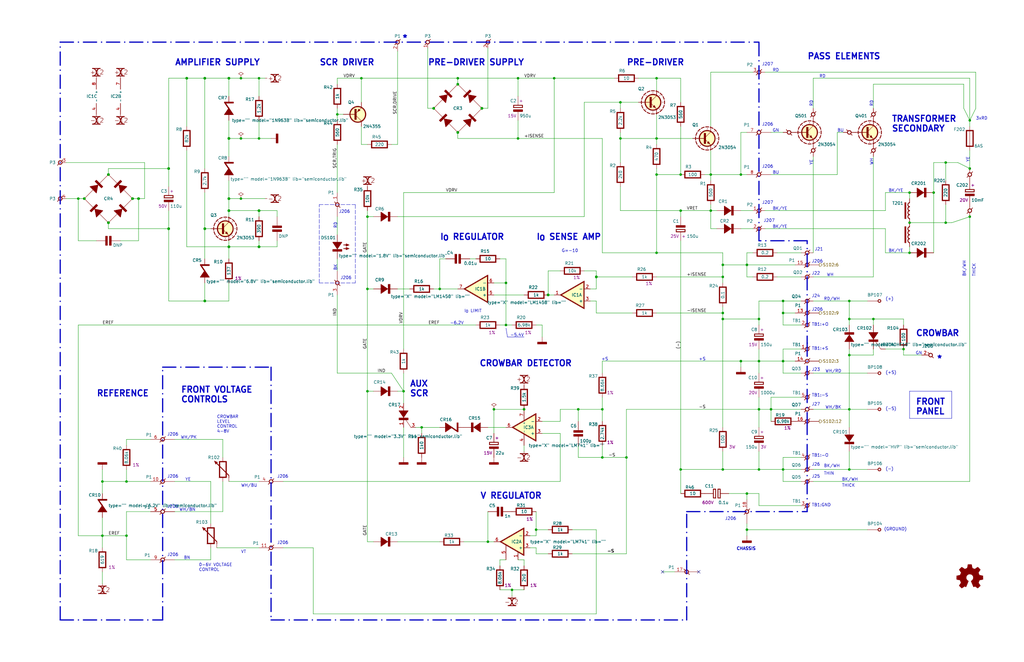
<source format=kicad_sch>
(kicad_sch (version 20211123) (generator eeschema)
  (paper "B")
  (title_block (title "MPS620M A1: 6V, 5A Supply Assy 235-0690") (date "2022-06-28") (rev "0") (company "A design by KEPCO") (comment 3 "This schematic © 2022 Kuba Sunderland-Ober") (comment 4 "SPDX-License-Identifier: CERN-OHL-W"))
  (junction (at 177.8 180.34))
  (junction (at 398.78 93.98))
  (junction (at 276.86 33.02))
  (junction (at 254 193.04))
  (junction (at 101.6 83.82))
  (junction (at 101.6 33.02))
  (junction (at 142.24 48.26))
  (junction (at 261.62 58.42))
  (junction (at 154.94 91.44))
  (junction (at 314.96 223.52))
  (junction (at 358.14 198.12))
  (junction (at 299.72 88.9))
  (junction (at 205.74 228.6))
  (junction (at 96.52 83.82) (diameter 1.016))
  (junction (at 193.04 55.88) (diameter 1.016))
  (junction (at 86.36 96.52) (diameter 1.016))
  (junction (at 78.74 33.02) (diameter 1.016))
  (junction (at 35.56 83.82) (diameter 1.016))
  (junction (at 226.06 223.52))
  (junction (at 358.14 127))
  (junction (at 408.94 50.8))
  (junction (at 287.02 198.12))
  (junction (at 53.34 226.06))
  (junction (at 43.18 226.06))
  (junction (at 231.14 124.46) (diameter 1.016))
  (junction (at 233.68 33.02))
  (junction (at 96.52 104.14) (diameter 1.016))
  (junction (at 330.2 198.12))
  (junction (at 193.04 35.56) (diameter 1.016))
  (junction (at 276.86 58.42))
  (junction (at 383.54 93.98))
  (junction (at 320.04 172.72))
  (junction (at 358.14 172.72))
  (junction (at 304.8 134.62))
  (junction (at 304.8 198.12))
  (junction (at 109.22 33.02))
  (junction (at 330.2 152.4))
  (junction (at 154.94 121.92))
  (junction (at 304.8 116.84))
  (junction (at 96.52 33.02) (diameter 1.016))
  (junction (at 276.86 106.68))
  (junction (at 320.04 198.12))
  (junction (at 193.04 33.02))
  (junction (at 170.18 165.1))
  (junction (at 325.12 172.72))
  (junction (at 330.2 127))
  (junction (at 314.96 208.28))
  (junction (at 358.14 134.62))
  (junction (at 208.28 172.72))
  (junction (at 304.8 132.08))
  (junction (at 312.42 152.4))
  (junction (at 287.02 88.9))
  (junction (at 254 172.72))
  (junction (at 71.12 96.52) (diameter 1.016))
  (junction (at 109.22 88.9) (diameter 1.016))
  (junction (at 243.84 172.72))
  (junction (at 320.04 152.4))
  (junction (at 154.94 165.1))
  (junction (at 213.36 119.38))
  (junction (at 109.22 104.14) (diameter 1.016))
  (junction (at 312.42 73.66))
  (junction (at 218.44 58.42))
  (junction (at 287.02 73.66))
  (junction (at 408.94 71.12))
  (junction (at 45.72 93.98) (diameter 1.016))
  (junction (at 215.9 248.92))
  (junction (at 58.42 83.82) (diameter 1.016))
  (junction (at 220.98 172.72))
  (junction (at 203.2 45.72) (diameter 1.016))
  (junction (at 320.04 134.62))
  (junction (at 383.54 81.28))
  (junction (at 314.96 111.76))
  (junction (at 299.72 73.66))
  (junction (at 368.3 134.62))
  (junction (at 86.36 33.02) (diameter 1.016))
  (junction (at 276.86 73.66))
  (junction (at 185.42 121.92))
  (junction (at 109.22 58.42))
  (junction (at 152.4 33.02))
  (junction (at 182.88 45.72) (diameter 1.016))
  (junction (at 408.94 91.44))
  (junction (at 261.62 43.18))
  (junction (at 383.54 106.68))
  (junction (at 358.14 149.86))
  (junction (at 96.52 58.42) (diameter 1.016))
  (junction (at 71.12 71.12) (diameter 1.016))
  (junction (at 43.18 203.2))
  (junction (at 45.72 73.66) (diameter 1.016))
  (junction (at 398.78 68.58))
  (junction (at 101.6 58.42))
  (junction (at 393.7 81.28))
  (junction (at 53.34 203.2))
  (junction (at 55.88 83.82) (diameter 1.016))
  (junction (at 304.8 111.76))
  (junction (at 264.16 193.04))
  (junction (at 96.52 88.9) (diameter 1.016))
  (junction (at 33.02 83.82))
  (junction (at 86.36 127) (diameter 1.016))
  (junction (at 218.44 33.02))
  (junction (at 213.36 137.16))
  (junction (at 381 147.32))
  (junction (at 251.46 116.84) (diameter 1.016))
  (junction (at 330.2 132.08))
  (no_connect (at 279.4 241.3))
  (no_connect (at 294.64 241.3))
  (polyline (pts (xy 383.54 165.1) (xy 401.32 165.1)) (stroke (width 0) (type solid)))
  (wire (pts (xy 299.72 86.36) (xy 299.72 88.9)))
  (wire (pts (xy 60.96 68.58) (xy 60.96 83.82)))
  (wire (pts (xy 264.16 233.68) (xy 241.3 233.68)))
  (wire (pts (xy 154.94 121.92) (xy 154.94 165.1)))
  (wire (pts (xy 142.24 45.72) (xy 142.24 48.26)))
  (wire (pts (xy 276.86 73.66) (xy 287.02 73.66)))
  (wire (pts (xy 58.42 83.82) (xy 60.96 83.82)))
  (wire (pts (xy 96.52 83.82) (xy 101.6 83.82)))
  (wire (pts (xy 381 134.62) (xy 368.3 134.62)))
  (wire (pts (xy 358.14 127) (xy 365.76 127)))
  (wire (pts (xy 408.94 203.2) (xy 342.9 203.2)))
  (wire (pts (xy 116.84 91.44) (xy 116.84 88.9)))
  (wire (pts (xy 314.96 73.66) (xy 312.42 73.66)))
  (wire (pts (xy 220.98 236.22) (xy 220.98 238.76)))
  (wire (pts (xy 406.4 35.56) (xy 368.3 35.56)))
  (wire (pts (xy 218.44 50.8) (xy 218.44 58.42)))
  (wire (pts (xy 203.2 45.72) (xy 205.74 45.72)))
  (wire (pts (xy 33.02 83.82) (xy 33.02 101.6)))
  (wire (pts (xy 154.94 121.92) (xy 157.48 121.92)))
  (wire (pts (xy 330.2 127) (xy 337.82 127)))
  (polyline (pts (xy 134.62 119.38) (xy 149.86 119.38)))
  (wire (pts (xy 299.72 30.48) (xy 299.72 53.34)))
  (wire (pts (xy 96.52 203.2) (xy 109.22 203.2)))
  (wire (pts (xy 53.34 198.12) (xy 53.34 203.2)))
  (wire (pts (xy 314.96 111.76) (xy 335.28 111.76)))
  (wire (pts (xy 304.8 119.38) (xy 304.8 116.84)))
  (polyline (pts (xy 25.4 261.62) (xy 25.4 17.78)) (stroke (width 0.508) (type dash_dot)))
  (wire (pts (xy 342.9 33.02) (xy 408.94 33.02)))
  (wire (pts (xy 215.9 248.92) (xy 220.98 248.92)))
  (wire (pts (xy 373.38 106.68) (xy 383.54 106.68)))
  (wire (pts (xy 358.14 149.86) (xy 368.3 149.86)))
  (wire (pts (xy 320.04 190.5) (xy 320.04 198.12)))
  (wire (pts (xy 254 193.04) (xy 264.16 193.04)))
  (wire (pts (xy 78.74 33.02) (xy 86.36 33.02)))
  (polyline (pts (xy 114.3 154.94) (xy 114.3 261.62)) (stroke (width 0.508) (type dash_dot)))
  (wire (pts (xy 312.42 96.52) (xy 317.5 96.52)))
  (wire (pts (xy 101.6 83.82) (xy 111.76 83.82)))
  (wire (pts (xy 236.22 182.88) (xy 236.22 203.2)))
  (wire (pts (xy 353.06 55.88) (xy 355.6 55.88)))
  (wire (pts (xy 142.24 60.96) (xy 142.24 81.28)))
  (wire (pts (xy 276.86 106.68) (xy 254 106.68)))
  (wire (pts (xy 96.52 101.6) (xy 96.52 104.14)))
  (wire (pts (xy 109.22 104.14) (xy 96.52 104.14)))
  (wire (pts (xy 215.9 248.92) (xy 215.9 251.46)))
  (wire (pts (xy 320.04 213.36) (xy 320.04 208.28)))
  (wire (pts (xy 254 172.72) (xy 243.84 172.72)))
  (wire (pts (xy 185.42 228.6) (xy 167.64 228.6)))
  (wire (pts (xy 320.04 147.32) (xy 320.04 152.4)))
  (wire (pts (xy 330.2 157.48) (xy 337.82 157.48)))
  (wire (pts (xy 116.84 101.6) (xy 116.84 104.14)))
  (wire (pts (xy 101.6 58.42) (xy 109.22 58.42)))
  (wire (pts (xy 152.4 33.02) (xy 152.4 43.18)))
  (wire (pts (xy 304.8 190.5) (xy 304.8 198.12)))
  (wire (pts (xy 63.5 215.9) (xy 53.34 215.9)))
  (wire (pts (xy 381 137.16) (xy 381 134.62)))
  (wire (pts (xy 132.08 231.14) (xy 119.38 231.14)))
  (wire (pts (xy 157.48 228.6) (xy 154.94 228.6)))
  (wire (pts (xy 96.52 76.2) (xy 96.52 83.82)))
  (wire (pts (xy 86.36 96.52) (xy 86.36 81.28)))
  (wire (pts (xy 276.86 58.42) (xy 292.1 58.42)))
  (wire (pts (xy 304.8 129.54) (xy 304.8 132.08)))
  (wire (pts (xy 287.02 198.12) (xy 304.8 198.12)))
  (wire (pts (xy 373.38 81.28) (xy 383.54 81.28)))
  (wire (pts (xy 261.62 55.88) (xy 261.62 58.42)))
  (wire (pts (xy 251.46 114.3) (xy 246.38 114.3)))
  (wire (pts (xy 109.22 50.8) (xy 109.22 58.42)))
  (wire (pts (xy 342.9 172.72) (xy 358.14 172.72)))
  (wire (pts (xy 33.02 226.06) (xy 43.18 226.06)))
  (wire (pts (xy 251.46 116.84) (xy 251.46 114.3)))
  (wire (pts (xy 393.7 81.28) (xy 393.7 106.68)))
  (wire (pts (xy 208.28 119.38) (xy 213.36 119.38)))
  (wire (pts (xy 358.14 198.12) (xy 365.76 198.12)))
  (wire (pts (xy 358.14 172.72) (xy 365.76 172.72)))
  (wire (pts (xy 43.18 198.12) (xy 43.18 203.2)))
  (wire (pts (xy 276.86 58.42) (xy 261.62 58.42)))
  (wire (pts (xy 43.18 203.2) (xy 53.34 203.2)))
  (wire (pts (xy 381 149.86) (xy 381 147.32)))
  (wire (pts (xy 251.46 223.52) (xy 251.46 259.08)))
  (wire (pts (xy 142.24 48.26) (xy 142.24 50.8)))
  (wire (pts (xy 231.14 223.52) (xy 226.06 223.52)))
  (wire (pts (xy 304.8 111.76) (xy 314.96 111.76)))
  (wire (pts (xy 116.84 88.9) (xy 109.22 88.9)))
  (polyline (pts (xy 114.3 261.62) (xy 289.56 261.62)) (stroke (width 0.508) (type dash_dot)))
  (wire (pts (xy 287.02 101.6) (xy 287.02 198.12)))
  (wire (pts (xy 154.94 165.1) (xy 157.48 165.1)))
  (wire (pts (xy 193.04 58.42) (xy 218.44 58.42)))
  (wire (pts (xy 170.18 81.28) (xy 233.68 81.28)))
  (wire (pts (xy 304.8 198.12) (xy 320.04 198.12)))
  (wire (pts (xy 330.2 198.12) (xy 337.82 198.12)))
  (wire (pts (xy 45.72 93.98) (xy 45.72 96.52)))
  (wire (pts (xy 287.02 198.12) (xy 287.02 208.28)))
  (polyline (pts (xy 340.36 177.8) (xy 340.36 177.8)) (stroke (width 0.508) (type dash_dot)))
  (wire (pts (xy 408.94 53.34) (xy 408.94 50.8)))
  (wire (pts (xy 213.36 109.22) (xy 213.36 119.38)))
  (wire (pts (xy 403.86 68.58) (xy 398.78 68.58)))
  (wire (pts (xy 276.86 132.08) (xy 304.8 132.08)))
  (wire (pts (xy 154.94 91.44) (xy 157.48 91.44)))
  (wire (pts (xy 246.38 43.18) (xy 246.38 91.44)))
  (wire (pts (xy 93.98 215.9) (xy 73.66 215.9)))
  (wire (pts (xy 205.74 228.6) (xy 195.58 228.6)))
  (wire (pts (xy 142.24 33.02) (xy 142.24 35.56)))
  (wire (pts (xy 320.04 208.28) (xy 314.96 208.28)))
  (wire (pts (xy 228.6 137.16) (xy 228.6 142.24)))
  (wire (pts (xy 248.92 127) (xy 251.46 127)))
  (wire (pts (xy 236.22 172.72) (xy 243.84 172.72)))
  (wire (pts (xy 226.06 223.52) (xy 226.06 215.9)))
  (polyline (pts (xy 340.36 101.6) (xy 320.04 101.6)) (stroke (width 0.508) (type dash_dot)))
  (wire (pts (xy 251.46 121.92) (xy 248.92 121.92)))
  (wire (pts (xy 254 177.8) (xy 254 172.72)))
  (wire (pts (xy 261.62 43.18) (xy 269.24 43.18)))
  (wire (pts (xy 327.66 116.84) (xy 337.82 116.84)))
  (wire (pts (xy 71.12 127) (xy 86.36 127)))
  (wire (pts (xy 170.18 81.28) (xy 170.18 147.32)))
  (wire (pts (xy 218.44 33.02) (xy 218.44 40.64)))
  (wire (pts (xy 287.02 88.9) (xy 261.62 88.9)))
  (wire (pts (xy 193.04 33.02) (xy 218.44 33.02)))
  (wire (pts (xy 86.36 96.52) (xy 86.36 109.22)))
  (wire (pts (xy 53.34 226.06) (xy 53.34 236.22)))
  (wire (pts (xy 231.14 124.46) (xy 231.14 114.3)))
  (wire (pts (xy 91.44 231.14) (xy 109.22 231.14)))
  (wire (pts (xy 185.42 121.92) (xy 193.04 121.92)))
  (wire (pts (xy 109.22 58.42) (xy 114.3 58.42)))
  (wire (pts (xy 330.2 152.4) (xy 330.2 157.48)))
  (wire (pts (xy 269.24 33.02) (xy 276.86 33.02)))
  (wire (pts (xy 101.6 58.42) (xy 96.52 58.42)))
  (wire (pts (xy 330.2 203.2) (xy 330.2 198.12)))
  (wire (pts (xy 109.22 88.9) (xy 96.52 88.9)))
  (wire (pts (xy 299.72 88.9) (xy 287.02 88.9)))
  (wire (pts (xy 353.06 55.88) (xy 353.06 73.66)))
  (polyline (pts (xy 68.58 154.94) (xy 114.3 154.94)) (stroke (width 0.508) (type dash_dot)))
  (wire (pts (xy 304.8 134.62) (xy 320.04 134.62)))
  (wire (pts (xy 53.34 185.42) (xy 53.34 187.96)))
  (wire (pts (xy 27.94 83.82) (xy 33.02 83.82)))
  (wire (pts (xy 276.86 58.42) (xy 276.86 60.96)))
  (wire (pts (xy 388.62 149.86) (xy 381 149.86)))
  (wire (pts (xy 398.78 93.98) (xy 398.78 86.36)))
  (wire (pts (xy 96.52 58.42) (xy 96.52 66.04)))
  (wire (pts (xy 406.4 45.72) (xy 406.4 35.56)))
  (wire (pts (xy 213.36 180.34) (xy 205.74 180.34)))
  (wire (pts (xy 142.24 33.02) (xy 152.4 33.02)))
  (wire (pts (xy 358.14 190.5) (xy 358.14 198.12)))
  (wire (pts (xy 254 193.04) (xy 243.84 193.04)))
  (wire (pts (xy 53.34 236.22) (xy 63.5 236.22)))
  (wire (pts (xy 307.34 208.28) (xy 314.96 208.28)))
  (wire (pts (xy 231.14 233.68) (xy 226.06 233.68)))
  (wire (pts (xy 45.72 71.12) (xy 71.12 71.12)))
  (wire (pts (xy 210.82 248.92) (xy 215.9 248.92)))
  (wire (pts (xy 142.24 48.26) (xy 144.78 48.26)))
  (wire (pts (xy 220.98 190.5) (xy 220.98 187.96)))
  (wire (pts (xy 116.84 104.14) (xy 109.22 104.14)))
  (wire (pts (xy 111.76 33.02) (xy 109.22 33.02)))
  (polyline (pts (xy 383.54 165.1) (xy 383.54 176.53)) (stroke (width 0) (type solid)))
  (wire (pts (xy 132.08 259.08) (xy 132.08 231.14)))
  (wire (pts (xy 320.04 127) (xy 320.04 134.62)))
  (wire (pts (xy 33.02 101.6) (xy 40.64 101.6)))
  (wire (pts (xy 330.2 193.04) (xy 330.2 198.12)))
  (wire (pts (xy 193.04 35.56) (xy 193.04 33.02)))
  (polyline (pts (xy 220.98 142.24) (xy 213.995 142.24)) (stroke (width 0) (type solid)))
  (wire (pts (xy 368.3 66.04) (xy 368.3 116.84)))
  (wire (pts (xy 33.02 83.82) (xy 35.56 83.82)))
  (wire (pts (xy 325.12 172.72) (xy 337.82 172.72)))
  (wire (pts (xy 86.36 33.02) (xy 86.36 71.12)))
  (wire (pts (xy 185.42 180.34) (xy 177.8 180.34)))
  (polyline (pts (xy 340.36 132.08) (xy 340.36 101.6)) (stroke (width 0.508) (type dash_dot)))
  (wire (pts (xy 322.58 88.9) (xy 373.38 88.9)))
  (wire (pts (xy 233.68 81.28) (xy 233.68 33.02)))
  (wire (pts (xy 58.42 101.6) (xy 58.42 83.82)))
  (wire (pts (xy 109.22 33.02) (xy 109.22 40.64)))
  (wire (pts (xy 93.98 203.2) (xy 93.98 215.9)))
  (wire (pts (xy 109.22 101.6) (xy 109.22 104.14)))
  (wire (pts (xy 88.9 203.2) (xy 88.9 220.98)))
  (wire (pts (xy 320.04 172.72) (xy 320.04 180.34)))
  (wire (pts (xy 264.16 193.04) (xy 264.16 233.68)))
  (wire (pts (xy 330.2 132.08) (xy 335.28 132.08)))
  (wire (pts (xy 320.04 172.72) (xy 325.12 172.72)))
  (wire (pts (xy 43.18 226.06) (xy 53.34 226.06)))
  (polyline (pts (xy 340.36 144.78) (xy 340.36 144.78)) (stroke (width 0.508) (type dash_dot)))
  (wire (pts (xy 185.42 121.92) (xy 185.42 109.22)))
  (wire (pts (xy 317.5 116.84) (xy 314.96 116.84)))
  (wire (pts (xy 408.94 91.44) (xy 408.94 203.2)))
  (wire (pts (xy 71.12 88.9) (xy 71.12 96.52)))
  (wire (pts (xy 200.66 109.22) (xy 198.12 109.22)))
  (wire (pts (xy 373.38 96.52) (xy 373.38 106.68)))
  (polyline (pts (xy 134.62 119.38) (xy 134.62 86.36)))
  (wire (pts (xy 330.2 152.4) (xy 335.28 152.4)))
  (polyline (pts (xy 149.86 86.36) (xy 149.86 119.38)))
  (polyline (pts (xy 340.36 132.08) (xy 340.36 144.78)) (stroke (width 0.508) (type dash_dot)))
  (wire (pts (xy 172.72 121.92) (xy 167.64 121.92)))
  (wire (pts (xy 264.16 172.72) (xy 320.04 172.72)))
  (wire (pts (xy 119.38 203.2) (xy 236.22 203.2)))
  (wire (pts (xy 368.3 147.32) (xy 368.3 149.86)))
  (wire (pts (xy 299.72 73.66) (xy 299.72 76.2)))
  (polyline (pts (xy 68.58 261.62) (xy 68.58 154.94)) (stroke (width 0.508) (type dash_dot)))
  (wire (pts (xy 383.54 104.14) (xy 383.54 106.68)))
  (wire (pts (xy 208.28 182.88) (xy 208.28 172.72)))
  (wire (pts (xy 246.38 43.18) (xy 261.62 43.18)))
  (polyline (pts (xy 340.36 193.04) (xy 340.36 215.9)) (stroke (width 0.508) (type dash_dot)))
  (wire (pts (xy 55.88 83.82) (xy 58.42 83.82)))
  (wire (pts (xy 78.74 104.14) (xy 96.52 104.14)))
  (wire (pts (xy 213.36 119.38) (xy 213.36 137.16)))
  (wire (pts (xy 373.38 88.9) (xy 373.38 81.28)))
  (wire (pts (xy 142.24 157.48) (xy 165.1 157.48)))
  (wire (pts (xy 314.96 223.52) (xy 365.76 223.52)))
  (wire (pts (xy 226.06 231.14) (xy 226.06 233.68)))
  (wire (pts (xy 304.8 111.76) (xy 304.8 116.84)))
  (wire (pts (xy 314.96 116.84) (xy 314.96 111.76)))
  (wire (pts (xy 398.78 68.58) (xy 393.7 68.58)))
  (wire (pts (xy 314.96 223.52) (xy 314.96 226.06)))
  (wire (pts (xy 254 106.68) (xy 254 58.42)))
  (wire (pts (xy 358.14 134.62) (xy 368.3 134.62)))
  (wire (pts (xy 254 58.42) (xy 218.44 58.42)))
  (wire (pts (xy 408.94 91.44) (xy 401.32 93.98)))
  (wire (pts (xy 276.86 33.02) (xy 276.86 38.1)))
  (wire (pts (xy 342.9 116.84) (xy 368.3 116.84)))
  (wire (pts (xy 185.42 109.22) (xy 187.96 109.22)))
  (wire (pts (xy 96.52 58.42) (xy 96.52 50.8)))
  (wire (pts (xy 165.1 157.48) (xy 170.18 165.1)))
  (wire (pts (xy 154.94 88.9) (xy 154.94 91.44)))
  (polyline (pts (xy 401.32 165.1) (xy 401.32 176.53)) (stroke (width 0) (type solid)))
  (wire (pts (xy 287.02 53.34) (xy 287.02 73.66)))
  (wire (pts (xy 325.12 55.88) (xy 330.2 55.88)))
  (wire (pts (xy 358.14 149.86) (xy 358.14 172.72)))
  (wire (pts (xy 342.9 198.12) (xy 358.14 198.12)))
  (wire (pts (xy 312.42 55.88) (xy 314.96 55.88)))
  (wire (pts (xy 276.86 33.02) (xy 287.02 33.02)))
  (polyline (pts (xy 134.62 86.36) (xy 149.86 86.36)))
  (wire (pts (xy 408.94 71.12) (xy 403.86 68.58)))
  (wire (pts (xy 43.18 208.28) (xy 43.18 203.2)))
  (wire (pts (xy 314.96 111.76) (xy 314.96 106.68)))
  (wire (pts (xy 254 152.4) (xy 312.42 152.4)))
  (wire (pts (xy 312.42 55.88) (xy 312.42 73.66)))
  (wire (pts (xy 320.04 167.64) (xy 320.04 172.72)))
  (wire (pts (xy 43.18 218.44) (xy 43.18 226.06)))
  (wire (pts (xy 96.52 127) (xy 96.52 119.38)))
  (polyline (pts (xy 340.36 193.04) (xy 340.36 193.04)) (stroke (width 0.508) (type dash_dot)))
  (wire (pts (xy 165.1 60.96) (xy 167.64 60.96)))
  (wire (pts (xy 180.34 45.72) (xy 182.88 45.72)))
  (wire (pts (xy 373.38 147.32) (xy 381 147.32)))
  (wire (pts (xy 93.98 185.42) (xy 93.98 193.04)))
  (wire (pts (xy 304.8 180.34) (xy 304.8 134.62)))
  (wire (pts (xy 330.2 147.32) (xy 330.2 152.4)))
  (wire (pts (xy 226.06 226.06) (xy 223.52 226.06)))
  (wire (pts (xy 327.66 106.68) (xy 337.82 106.68)))
  (polyline (pts (xy 340.36 144.78) (xy 340.36 177.8)) (stroke (width 0.508) (type dash_dot)))
  (wire (pts (xy 73.66 236.22) (xy 88.9 236.22)))
  (wire (pts (xy 210.82 236.22) (xy 213.36 236.22)))
  (wire (pts (xy 193.04 55.88) (xy 193.04 58.42)))
  (wire (pts (xy 276.86 116.84) (xy 304.8 116.84)))
  (wire (pts (xy 320.04 213.36) (xy 337.82 213.36)))
  (wire (pts (xy 304.8 134.62) (xy 304.8 132.08)))
  (wire (pts (xy 342.9 66.04) (xy 342.9 106.68)))
  (wire (pts (xy 109.22 91.44) (xy 109.22 88.9)))
  (wire (pts (xy 142.24 99.06) (xy 142.24 91.44)))
  (wire (pts (xy 304.8 106.68) (xy 304.8 111.76)))
  (wire (pts (xy 299.72 73.66) (xy 297.18 73.66)))
  (wire (pts (xy 78.74 63.5) (xy 78.74 104.14)))
  (wire (pts (xy 358.14 127) (xy 358.14 134.62)))
  (wire (pts (xy 251.46 116.84) (xy 251.46 121.92)))
  (wire (pts (xy 342.9 127) (xy 358.14 127)))
  (wire (pts (xy 71.12 71.12) (xy 71.12 78.74)))
  (wire (pts (xy 337.82 203.2) (xy 330.2 203.2)))
  (wire (pts (xy 320.04 137.16) (xy 320.04 134.62)))
  (wire (pts (xy 261.62 58.42) (xy 261.62 68.58)))
  (polyline (pts (xy 320.04 101.6) (xy 320.04 17.78)) (stroke (width 0.508) (type dash_dot)))
  (wire (pts (xy 236.22 182.88) (xy 228.6 182.88)))
  (wire (pts (xy 101.6 33.02) (xy 109.22 33.02)))
  (wire (pts (xy 96.52 88.9) (xy 96.52 91.44)))
  (wire (pts (xy 276.86 106.68) (xy 304.8 106.68)))
  (wire (pts (xy 236.22 114.3) (xy 231.14 114.3)))
  (wire (pts (xy 152.4 60.96) (xy 154.94 60.96)))
  (wire (pts (xy 401.32 93.98) (xy 398.78 93.98)))
  (wire (pts (xy 320.04 152.4) (xy 330.2 152.4)))
  (wire (pts (xy 368.3 35.56) (xy 368.3 45.72)))
  (wire (pts (xy 411.48 30.48) (xy 322.58 30.48)))
  (wire (pts (xy 213.36 137.16) (xy 215.9 137.16)))
  (wire (pts (xy 78.74 33.02) (xy 78.74 53.34)))
  (wire (pts (xy 243.84 193.04) (xy 243.84 187.96)))
  (polyline (pts (xy 25.4 261.62) (xy 68.58 261.62)) (stroke (width 0.508) (type dash_dot)))
  (wire (pts (xy 254 187.96) (xy 254 193.04)))
  (wire (pts (xy 185.42 121.92) (xy 182.88 121.92)))
  (wire (pts (xy 276.86 73.66) (xy 276.86 106.68)))
  (wire (pts (xy 233.68 33.02) (xy 259.08 33.02)))
  (wire (pts (xy 43.18 226.06) (xy 43.18 231.14)))
  (wire (pts (xy 223.52 231.14) (xy 226.06 231.14)))
  (wire (pts (xy 226.06 223.52) (xy 226.06 226.06)))
  (polyline (pts (xy 401.32 176.53) (xy 383.54 176.53)) (stroke (width 0) (type solid)))
  (wire (pts (xy 96.52 104.14) (xy 96.52 109.22)))
  (wire (pts (xy 170.18 157.48) (xy 170.18 165.1)))
  (wire (pts (xy 50.8 101.6) (xy 58.42 101.6)))
  (wire (pts (xy 96.52 33.02) (xy 101.6 33.02)))
  (wire (pts (xy 312.42 88.9) (xy 317.5 88.9)))
  (wire (pts (xy 93.98 185.42) (xy 73.66 185.42)))
  (wire (pts (xy 264.16 172.72) (xy 264.16 193.04)))
  (wire (pts (xy 220.98 236.22) (xy 218.44 236.22)))
  (wire (pts (xy 154.94 91.44) (xy 154.94 121.92)))
  (wire (pts (xy 330.2 137.16) (xy 337.82 137.16)))
  (wire (pts (xy 205.74 228.6) (xy 208.28 228.6)))
  (wire (pts (xy 251.46 127) (xy 251.46 132.08)))
  (wire (pts (xy 299.72 73.66) (xy 312.42 73.66)))
  (wire (pts (xy 53.34 203.2) (xy 63.5 203.2)))
  (polyline (pts (xy 340.36 177.8) (xy 340.36 193.04)) (stroke (width 0.508) (type dash_dot)))
  (wire (pts (xy 398.78 93.98) (xy 383.54 93.98)))
  (wire (pts (xy 254 152.4) (xy 254 157.48)))
  (wire (pts (xy 287.02 43.18) (xy 287.02 33.02)))
  (wire (pts (xy 317.5 30.48) (xy 299.72 30.48)))
  (wire (pts (xy 320.04 127) (xy 330.2 127)))
  (wire (pts (xy 236.22 172.72) (xy 236.22 177.8)))
  (wire (pts (xy 170.18 180.34) (xy 170.18 193.04)))
  (wire (pts (xy 96.52 83.82) (xy 96.52 88.9)))
  (wire (pts (xy 251.46 259.08) (xy 132.08 259.08)))
  (wire (pts (xy 393.7 68.58) (xy 393.7 81.28)))
  (wire (pts (xy 276.86 48.26) (xy 276.86 58.42)))
  (wire (pts (xy 142.24 124.46) (xy 142.24 157.48)))
  (wire (pts (xy 398.78 68.58) (xy 398.78 76.2)))
  (wire (pts (xy 408.94 71.12) (xy 408.94 63.5)))
  (wire (pts (xy 243.84 177.8) (xy 243.84 172.72)))
  (wire (pts (xy 383.54 81.28) (xy 383.54 83.82)))
  (wire (pts (xy 337.82 147.32) (xy 330.2 147.32)))
  (wire (pts (xy 167.64 165.1) (xy 170.18 165.1)))
  (wire (pts (xy 279.4 241.3) (xy 284.48 241.3)))
  (wire (pts (xy 266.7 132.08) (xy 251.46 132.08)))
  (wire (pts (xy 325.12 172.72) (xy 325.12 177.8)))
  (wire (pts (xy 53.34 215.9) (xy 53.34 226.06)))
  (wire (pts (xy 71.12 33.02) (xy 78.74 33.02)))
  (wire (pts (xy 342.9 157.48) (xy 365.76 157.48)))
  (wire (pts (xy 152.4 33.02) (xy 193.04 33.02)))
  (wire (pts (xy 337.82 193.04) (xy 330.2 193.04)))
  (wire (pts (xy 73.66 203.2) (xy 88.9 203.2)))
  (polyline (pts (xy 289.56 215.9) (xy 340.36 215.9)) (stroke (width 0.508) (type dash_dot)))
  (wire (pts (xy 312.42 152.4) (xy 320.04 152.4)))
  (wire (pts (xy 320.04 198.12) (xy 330.2 198.12)))
  (wire (pts (xy 208.28 172.72) (xy 220.98 172.72)))
  (wire (pts (xy 320.04 152.4) (xy 320.04 157.48)))
  (wire (pts (xy 170.18 165.1) (xy 170.18 170.18)))
  (wire (pts (xy 213.36 109.22) (xy 210.82 109.22)))
  (wire (pts (xy 220.98 124.46) (xy 208.28 124.46)))
  (wire (pts (xy 408.94 50.8) (xy 411.48 45.72)))
  (wire (pts (xy 33.02 137.16) (xy 200.66 137.16)))
  (wire (pts (xy 180.34 20.32) (xy 180.34 45.72)))
  (wire (pts (xy 45.72 73.66) (xy 45.72 71.12)))
  (polyline (pts (xy 25.4 17.78) (xy 320.04 17.78)) (stroke (width 0.508) (type dash_dot)))
  (wire (pts (xy 299.72 63.5) (xy 299.72 73.66)))
  (wire (pts (xy 337.82 167.64) (xy 325.12 167.64)))
  (wire (pts (xy 88.9 236.22) (xy 88.9 231.14)))
  (wire (pts (xy 314.96 208.28) (xy 314.96 210.82)))
  (wire (pts (xy 167.64 21.59) (xy 167.64 60.96)))
  (wire (pts (xy 368.3 137.16) (xy 368.3 134.62)))
  (wire (pts (xy 261.62 45.72) (xy 261.62 43.18)))
  (wire (pts (xy 358.14 134.62) (xy 358.14 137.16)))
  (wire (pts (xy 218.44 33.02) (xy 233.68 33.02)))
  (wire (pts (xy 358.14 172.72) (xy 358.14 180.34)))
  (wire (pts (xy 254 167.64) (xy 254 172.72)))
  (wire (pts (xy 33.02 137.16) (xy 33.02 226.06)))
  (wire (pts (xy 71.12 96.52) (xy 71.12 127)))
  (wire (pts (xy 27.94 68.58) (xy 60.96 68.58)))
  (wire (pts (xy 325.12 73.66) (xy 353.06 73.66)))
  (wire (pts (xy 299.72 96.52) (xy 299.72 88.9)))
  (wire (pts (xy 71.12 33.02) (xy 71.12 71.12)))
  (wire (pts (xy 406.4 45.72) (xy 408.94 50.8)))
  (wire (pts (xy 88.9 96.52) (xy 86.36 96.52)))
  (wire (pts (xy 205.74 215.9) (xy 205.74 228.6)))
  (wire (pts (xy 236.22 177.8) (xy 228.6 177.8)))
  (wire (pts (xy 312.42 152.4) (xy 312.42 154.94)))
  (wire (pts (xy 261.62 88.9) (xy 261.62 78.74)))
  (wire (pts (xy 241.3 223.52) (xy 251.46 223.52)))
  (wire (pts (xy 154.94 165.1) (xy 154.94 228.6)))
  (wire (pts (xy 86.36 33.02) (xy 96.52 33.02)))
  (wire (pts (xy 86.36 119.38) (xy 86.36 127)))
  (wire (pts (xy 210.82 236.22) (xy 210.82 238.76)))
  (wire (pts (xy 43.18 246.38) (xy 43.18 241.3)))
  (wire (pts (xy 358.14 147.32) (xy 358.14 149.86)))
  (polyline (pts (xy 340.36 132.08) (xy 340.36 132.08)) (stroke (width 0.508) (type dash_dot)))
  (wire (pts (xy 233.68 124.46) (xy 231.14 124.46)))
  (wire (pts (xy 342.9 45.72) (xy 342.9 33.02)))
  (wire (pts (xy 205.74 20.32) (xy 205.74 45.72)))
  (wire (pts (xy 330.2 132.08) (xy 330.2 137.16)))
  (wire (pts (xy 314.96 106.68) (xy 317.5 106.68)))
  (wire (pts (xy 408.94 33.02) (xy 408.94 50.8)))
  (wire (pts (xy 96.52 33.02) (xy 96.52 40.64)))
  (wire (pts (xy 302.26 96.52) (xy 299.72 96.52)))
  (wire (pts (xy 167.64 91.44) (xy 246.38 91.44)))
  (wire (pts (xy 152.4 53.34) (xy 152.4 60.96)))
  (wire (pts (xy 287.02 88.9) (xy 287.02 91.44)))
  (wire (pts (xy 63.5 185.42) (xy 53.34 185.42)))
  (wire (pts (xy 228.6 137.16) (xy 226.06 137.16)))
  (wire (pts (xy 325.12 167.64) (xy 325.12 172.72)))
  (polyline (pts (xy 289.56 261.62) (xy 289.56 215.9)) (stroke (width 0.508) (type dash_dot)))
  (wire (pts (xy 45.72 96.52) (xy 71.12 96.52)))
  (wire (pts (xy 177.8 180.34) (xy 177.8 182.88)))
  (wire (pts (xy 302.26 88.9) (xy 299.72 88.9)))
  (polyline (pts (xy 213.995 142.24) (xy 213.36 138.43)) (stroke (width 0) (type solid)))
  (wire (pts (xy 86.36 127) (xy 96.52 127)))
  (wire (pts (xy 276.86 71.12) (xy 276.86 73.66)))
  (wire (pts (xy 322.58 96.52) (xy 373.38 96.52)))
  (wire (pts (xy 330.2 127) (xy 330.2 132.08)))
  (wire (pts (xy 266.7 116.84) (xy 251.46 116.84)))
  (wire (pts (xy 314.96 220.98) (xy 314.96 223.52)))
  (wire (pts (xy 210.82 137.16) (xy 213.36 137.16)))
  (wire (pts (xy 177.8 180.34) (xy 175.26 180.34)))
  (wire (pts (xy 142.24 114.3) (xy 142.24 109.22)))
  (wire (pts (xy 411.48 45.72) (xy 411.48 30.48)))
  (text "AMPLIFIER SUPPLY" (at 73.66 27.94 0) (effects (font (size 2.54 2.54) (thickness 0.508) bold) (justify left bottom)))
  (text "CROWBAR\nLEVEL\nCONTROL\n4-8V" (at 91.44 182.88 0) (effects (font (size 1.27 1.27)) (justify left bottom)))
  (text "(+S)" (at 373.38 158.115 0) (effects (font (size 1.27 1.27)) (justify left bottom)))
  (text "RD" (at 345.44 33.02 0) (effects (font (size 1.27 1.27)) (justify left bottom)))
  (text "(-S)" (at 373.38 173.355 0) (effects (font (size 1.27 1.27)) (justify left bottom)))
  (text "PRE-DRIVER" (at 264.16 27.94 0) (effects (font (size 2.54 2.54) (thickness 0.508) bold) (justify left bottom)))
  (text "BK/YE" (at 325.755 88.9 0) (effects (font (size 1.27 1.27)) (justify left bottom)))
  (text "BK/YE" (at 374.65 81.28 0) (effects (font (size 1.27 1.27)) (justify left bottom)))
  (text "REFERENCE" (at 40.64 167.64 0) (effects (font (size 2.54 2.54) (thickness 0.508) bold) (justify left bottom)))
  (text "J206" (at 70.485 201.93 0) (effects (font (size 1.27 1.27)) (justify left bottom)))
  (text "RD" (at 142.24 96.52 90) (effects (font (size 1.27 1.27)) (justify left bottom)))
  (text "+S" (at 294.64 152.4 0) (effects (font (size 1.27 1.27)) (justify left bottom)))
  (text "YE" (at 408.94 68.58 90) (effects (font (size 1.27 1.27)) (justify left bottom)))
  (text "BK/YE" (at 325.755 96.52 0) (effects (font (size 1.27 1.27)) (justify left bottom)))
  (text "J207" (at 321.31 86.36 0) (effects (font (size 1.27 1.27)) (justify left bottom)))
  (text "CHASSIS" (at 310.515 232.41 0) (effects (font (size 1.27 1.27) bold) (justify left bottom)))
  (text "(+)" (at 373.38 127 0) (effects (font (size 1.27 1.27)) (justify left bottom)))
  (text "RD" (at 368.3 45.085 90) (effects (font (size 1.27 1.27)) (justify left bottom)))
  (text "J206" (at 143.51 118.11 0) (effects (font (size 1.27 1.27)) (justify left bottom)))
  (text "BK" (at 142.24 114.3 90) (effects (font (size 1.27 1.27)) (justify left bottom)))
  (text "0-6V VOLTAGE\nCONTROL" (at 83.82 241.3 0) (effects (font (size 1.27 1.27)) (justify left bottom)))
  (text "J206" (at 70.485 214.63 0) (effects (font (size 1.27 1.27)) (justify left bottom)))
  (text "WH/BK" (at 347.98 172.72 0) (effects (font (size 1.27 1.27)) (justify left bottom)))
  (text "WH/BN" (at 75.565 215.9 0) (effects (font (size 1.27 1.27)) (justify left bottom)))
  (text "J26" (at 342.265 196.85 0) (effects (font (size 1.27 1.27)) (justify left bottom)))
  (text "J22" (at 342.265 116.205 0) (effects (font (size 1.27 1.27)) (justify left bottom)))
  (text "J206" (at 70.485 184.15 0) (effects (font (size 1.27 1.27)) (justify left bottom)))
  (text "J206" (at 310.515 219.71 180) (effects (font (size 1.27 1.27)) (justify right bottom)))
  (text "I_{O} REGULATOR" (at 185.42 101.6 0) (effects (font (size 2.54 2.54) (thickness 0.508) bold) (justify left bottom)))
  (text "BK/WH\n\nTHICK" (at 411.48 116.84 90) (effects (font (size 1.27 1.27)) (justify left bottom)))
  (text "J206" (at 116.84 229.87 0) (effects (font (size 1.27 1.27)) (justify left bottom)))
  (text "TB1:-O" (at 342.265 193.04 0) (effects (font (size 1.27 1.27)) (justify left bottom)))
  (text "TB1:+O" (at 342.265 137.795 0) (effects (font (size 1.27 1.27)) (justify left bottom)))
  (text "J21" (at 343.535 106.045 0) (effects (font (size 1.27 1.27)) (justify left bottom)))
  (text "BU" (at 325.755 73.66 0) (effects (font (size 1.27 1.27)) (justify left bottom)))
  (text "*" (at 172.085 17.78 180) (effects (font (size 2.54 2.54) (thickness 0.508) bold) (justify right bottom)))
  (text "J207" (at 321.945 93.98 0) (effects (font (size 1.27 1.27)) (justify left bottom)))
  (text "YE" (at 78.105 203.2 0) (effects (font (size 1.27 1.27)) (justify left bottom)))
  (text "J206" (at 116.84 201.93 0) (effects (font (size 1.27 1.27)) (justify left bottom)))
  (text "THIN" (at 347.345 200.66 0) (effects (font (size 1.27 1.27)) (justify left bottom)))
  (text "CROWBAR DETECTOR" (at 241.3 154.94 180) (effects (font (size 2.54 2.54) (thickness 0.508) bold) (justify right bottom)))
  (text "RD" (at 325.755 30.48 0) (effects (font (size 1.27 1.27)) (justify left bottom)))
  (text "CROWBAR" (at 386.08 142.24 0) (effects (font (size 2.54 2.54) (thickness 0.508) bold) (justify left bottom)))
  (text "V REGULATOR" (at 228.6 210.82 180) (effects (font (size 2.54 2.54) (thickness 0.508) bold) (justify right bottom)))
  (text "J206" (at 342.265 111.125 0) (effects (font (size 1.27 1.27)) (justify left bottom)))
  (text "PRE-DRIVER SUPPLY" (at 180.34 27.94 0) (effects (font (size 2.54 2.54) (thickness 0.508) bold) (justify left bottom)))
  (text "J207" (at 321.31 27.94 0) (effects (font (size 1.27 1.27)) (justify left bottom)))
  (text "J206" (at 70.485 234.95 0) (effects (font (size 1.27 1.27)) (justify left bottom)))
  (text "BU" (at 353.06 55.88 0) (effects (font (size 1.27 1.27)) (justify left bottom)))
  (text "-6.2V" (at 195.58 137.16 180) (effects (font (size 1.27 1.27)) (justify right bottom)))
  (text "FRONT VOLTAGE\nCONTROLS" (at 76.2 170.18 0) (effects (font (size 2.54 2.54) (thickness 0.508) bold) (justify left bottom)))
  (text "WH/BU" (at 101.6 205.74 0) (effects (font (size 1.27 1.27)) (justify left bottom)))
  (text "3xRD" (at 411.48 50.8 0) (effects (font (size 1.27 1.27)) (justify left bottom)))
  (text "J24" (at 342.265 125.73 0) (effects (font (size 1.27 1.27)) (justify left bottom)))
  (text "J206" (at 342.265 131.445 0) (effects (font (size 1.27 1.27)) (justify left bottom)))
  (text "VT" (at 101.6 233.68 0) (effects (font (size 1.27 1.27)) (justify left bottom)))
  (text "BK/WH" (at 347.345 197.485 0) (effects (font (size 1.27 1.27)) (justify left bottom)))
  (text "RD" (at 342.9 45.085 90) (effects (font (size 1.27 1.27)) (justify left bottom)))
  (text "I_{O} SENSE AMP" (at 226.06 101.6 0) (effects (font (size 2.54 2.54) (thickness 0.508) bold) (justify left bottom)))
  (text "WH" (at 348.615 116.84 0) (effects (font (size 1.27 1.27)) (justify left bottom)))
  (text "YE" (at 342.9 69.85 90) (effects (font (size 1.27 1.27)) (justify left bottom)))
  (text "J27" (at 342.265 171.45 0) (effects (font (size 1.27 1.27)) (justify left bottom)))
  (text "TB1:+S" (at 342.265 147.955 0) (effects (font (size 1.27 1.27)) (justify left bottom)))
  (text "THICK" (at 354.965 205.74 0) (effects (font (size 1.27 1.27)) (justify left bottom)))
  (text "J25" (at 342.265 201.93 0) (effects (font (size 1.27 1.27)) (justify left bottom)))
  (text "-5.4V" (at 220.98 142.24 180) (effects (font (size 1.27 1.27)) (justify right bottom)))
  (text "J206" (at 321.31 53.34 0) (effects (font (size 1.27 1.27)) (justify left bottom)))
  (text "J23" (at 342.265 156.845 0) (effects (font (size 1.27 1.27)) (justify left bottom)))
  (text "I_{O} LIMIT" (at 203.2 132.08 180) (effects (font (size 1.27 1.27)) (justify right bottom)))
  (text "J206" (at 321.31 71.12 0) (effects (font (size 1.27 1.27)) (justify left bottom)))
  (text "TB1:GND" (at 342.265 213.995 0) (effects (font (size 1.27 1.27)) (justify left bottom)))
  (text "(-)" (at 373.38 198.755 0) (effects (font (size 1.27 1.27)) (justify left bottom)))
  (text "WH/PK" (at 76.2 185.42 0) (effects (font (size 1.27 1.27)) (justify left bottom)))
  (text "(GROUND)" (at 372.745 224.155 0) (effects (font (size 1.27 1.27)) (justify left bottom)))
  (text "+S" (at 256.54 152.4 180) (effects (font (size 1.27 1.27)) (justify right bottom)))
  (text "FRONT\nPANEL" (at 386.08 175.26 0) (effects (font (size 2.54 2.54) (thickness 0.508) bold) (justify left bottom)))
  (text "GN" (at 386.08 149.86 0) (effects (font (size 1.27 1.27)) (justify left bottom)))
  (text "*" (at 397.51 153.035 180) (effects (font (size 2.54 2.54) (thickness 0.508) bold) (justify right bottom)))
  (text "BN" (at 77.47 236.22 0) (effects (font (size 1.27 1.27)) (justify left bottom)))
  (text "G=-10" (at 243.84 106.68 180) (effects (font (size 1.27 1.27)) (justify right bottom)))
  (text "PASS ELEMENTS" (at 340.36 25.4 0) (effects (font (size 2.54 2.54) (thickness 0.508) bold) (justify left bottom)))
  (text "TB1:-S" (at 342.265 167.64 0) (effects (font (size 1.27 1.27)) (justify left bottom)))
  (text "RD/WH" (at 347.345 127 0) (effects (font (size 1.27 1.27)) (justify left bottom)))
  (text "AUX\nSCR" (at 172.72 167.64 0) (effects (font (size 2.54 2.54) (thickness 0.508) bold) (justify left bottom)))
  (text "WH/RD" (at 347.98 157.48 0) (effects (font (size 1.27 1.27)) (justify left bottom)))
  (text "BK/YE" (at 374.65 106.68 0) (effects (font (size 1.27 1.27)) (justify left bottom)))
  (text "WH" (at 368.3 69.85 90) (effects (font (size 1.27 1.27)) (justify left bottom)))
  (text "GN" (at 325.755 55.88 0) (effects (font (size 1.27 1.27)) (justify left bottom)))
  (text "BK/WH" (at 354.965 203.2 0) (effects (font (size 1.27 1.27)) (justify left bottom)))
  (text "SCR DRIVER" (at 134.62 27.94 0) (effects (font (size 2.54 2.54) (thickness 0.508) bold) (justify left bottom)))
  (text "J206" (at 142.875 90.17 0) (effects (font (size 1.27 1.27)) (justify left bottom)))
  (text "TRANSFORMER\nSECONDARY" (at 375.92 55.88 0) (effects (font (size 2.54 2.54) (thickness 0.508) bold) (justify left bottom)))
  (label "(-)" (at 287.02 147.32 90))
  (label "-S" (at 259.08 233.68 180) (effects (font bold)))
  (label "GATE" (at 154.94 106.68 90))
  (label "VDRV" (at 144.78 33.02 0))
  (label "-S" (at 256.54 193.04 0))
  (label "-S" (at 294.64 172.72 0))
  (label "GATE" (at 154.94 226.06 90))
  (label "EREF" (at 185.42 137.16 180))
  (label "VDRV" (at 220.98 33.02 0))
  (label "EREF" (at 43.18 137.16 0))
  (label "EREF" (at 45.72 226.06 0))
  (label "GATE" (at 154.94 147.32 90))
  (label "VRET" (at 289.56 88.9 0))
  (label "VDRV" (at 170.18 136.525 90))
  (label "VDRV" (at 187.96 81.28 0))
  (label "IND" (at 162.56 157.48 180))
  (label "-ISENSE" (at 289.56 132.08 0))
  (label "SCR.TRIG" (at 142.24 71.12 90))
  (label "+ISENSE" (at 289.56 116.84 0))
  (label "+ISENSE" (at 220.98 58.42 0))
  (label "SCR.DRIVE" (at 167.64 48.26 90))
  (label "IND" (at 142.24 133.35 90))
  (hierarchical_label "S102:9" (shape output) (at 345.44 132.08 0))
  (hierarchical_label "S102:3" (shape output) (at 345.44 152.4 0))
  (hierarchical_label "S102:6" (shape output) (at 345.44 111.76 0))
  (hierarchical_label "S102:12" (shape output) (at 345.44 177.8 0))
  (symbol (lib_id "Elektuur:V--12") (at 40.64 48.26 0) (mirror y) (unit 1)
    (property "Reference" "#PWR0115" (effects hide))
    (property "Value" "V--12" (effects hide))
  )
  (symbol (lib_name "J-terminal-5_2") (lib_id "Elektuur:J-terminal-5") (at 180.34 17.78 270) (mirror x) (unit 1)
    (property "Reference" "P3" (effects hide))
    (property "Value" "P3" (at 180.34 15.24 90))
    (property "Spice_Primitive" "R" (effects hide))
    (property "Spice_Model" "0" (effects hide))
  )
  (symbol (lib_id "Elektuur:D") (at 358.14 185.42 0) (unit 1)
    (property "Reference" "CR101" (at 357.505 182.245 0) (effects (justify right)))
    (property "Value" "HVP" (at 358.775 188.595 0) (effects (justify left)))
    (property "Spice_Node_Sequence" "2 1" (effects hide))
    (property "Spice_Lib_File" "semiconductor.lib" (effects hide))
    (property "Rating" "V/A" (effects hide))
  )
  (symbol (lib_id "Elektuur:R") (at 53.34 193.04 0) (unit 1)
    (property "Reference" "R40" (at 51.435 189.23 0) (effects (justify right)))
    (property "Value" "8.06k" (at 53.34 193.04 90))
    (property "Indicator" "+" (effects hide))
    (property "Rating" "1%" (at 55.88 196.215 0) (effects (justify left)))
  )
  (symbol (lib_id "Elektuur:D-Zener") (at 190.5 180.34 90) (unit 1)
    (property "Reference" "CR16" (at 185.42 177.8 90) (effects (justify right top)))
    (property "Value" "3.3V" (at 194.945 184.15 90) (effects (justify left)))
    (property "Spice_Node_Sequence" "2 1" (effects hide))
    (property "Spice_Lib_File" "semiconductor.lib" (effects hide))
    (property "Rating" "W" (effects hide))
  )
  (symbol (lib_id "Elektuur:V--12") (at 215.9 251.46 0) (unit 1)
    (property "Reference" "#PWR0107" (effects hide))
    (property "Value" "V--12" (effects hide))
  )
  (symbol (lib_id "Elektuur:J-terminal-thru-18") (at 320.04 55.88 0) (unit 7)
    (property "Reference" "P1" (effects hide))
    (property "Value" "P1" (at 316.23 52.705 0) (effects (justify right)))
    (property "Spice_Primitive" "R" (effects hide))
    (property "Spice_Model" "0" (effects hide))
  )
  (symbol (lib_id "Elektuur:R") (at 287.02 48.26 180) (unit 1)
    (property "Reference" "R7" (at 285.115 44.45 0) (effects (justify left)))
    (property "Value" "560" (at 287.02 48.26 90))
    (property "Indicator" "+" (effects hide))
    (property "Rating" "W" (effects hide))
  )
  (symbol (lib_id "Elektuur:D-45") (at 40.64 88.9 0) (mirror x) (unit 1) (in_bom no) (on_board no)
    (property "Reference" "CR4_03" (effects hide))
    (property "Value" "D-45" (effects hide))
    (property "Spice_Node_Sequence" "2 1" (effects hide))
    (property "Spice_Lib_File" "semiconductor.lib" (effects hide))
    (property "Rating" "V/A" (effects hide))
  )
  (symbol (lib_id "Elektuur:C") (at 45.72 101.6 90) (unit 1)
    (property "Reference" "CX1" (effects hide))
    (property "Value" "DNP" (at 47.625 103.505 90) (effects (justify right)))
    (property "Indicator" "+" (effects hide))
    (property "Rating" "V" (effects hide))
  )
  (symbol (lib_id "Elektuur:J-terminal-thru-18") (at 340.36 111.76 0) (unit 15)
    (property "Reference" "P1" (effects hide))
    (property "Value" "P1" (at 335.28 109.855 0) (effects (justify right)))
    (property "Spice_Primitive" "R" (effects hide))
    (property "Spice_Model" "0" (effects hide))
  )
  (symbol (lib_id "Elektuur:R") (at 177.8 187.96 0) (mirror x) (unit 1)
    (property "Reference" "R41" (at 175.895 184.15 0) (effects (justify right)))
    (property "Value" "1k0" (at 177.8 187.96 90))
    (property "Indicator" "+" (effects hide))
    (property "Rating" "W" (effects hide))
  )
  (symbol (lib_id "Elektuur:J-terminal-18") (at 167.64 19.05 270) (mirror x) (unit 2)
    (property "Reference" "P1" (effects hide))
    (property "Value" "P1" (at 167.64 15.24 90))
    (property "Spice_Primitive" "R" (effects hide))
    (property "Spice_Model" "0" (effects hide))
  )
  (symbol (lib_id "Elektuur:R") (at 330.2 177.8 90) (unit 1)
    (property "Reference" "R19" (at 327.025 175.895 90) (effects (justify right top)))
    (property "Value" "6.98k" (at 330.2 177.8 90))
    (property "Indicator" "+" (effects hide))
    (property "Rating" "1%" (at 333.502 180.594 90) (effects (justify left)))
  )
  (symbol (lib_id "Elektuur:D") (at 200.66 180.34 270) (unit 1)
    (property "Reference" "CR15" (at 197.485 177.165 90) (effects (justify left bottom)))
    (property "Value" "D" (effects hide))
    (property "Spice_Node_Sequence" "2 1" (effects hide))
    (property "Spice_Lib_File" "semiconductor.lib" (effects hide))
    (property "Rating" "V/A" (effects hide))
  )
  (symbol (lib_name "J-terminal-5_6") (lib_id "Elektuur:J-terminal-5") (at 340.36 193.04 0) (unit 4)
    (property "Reference" "TB1" (effects hide))
    (property "Value" "TB1" (at 337.82 191.135 0) (effects (justify right)))
    (property "Spice_Primitive" "R" (effects hide))
    (property "Spice_Model" "0" (effects hide))
  )
  (symbol (lib_id "Elektuur:J-terminal-thru-18") (at 340.36 177.8 0) (unit 16)
    (property "Reference" "P1" (effects hide))
    (property "Value" "P1" (at 337.82 174.625 0) (effects (justify right)))
    (property "Spice_Primitive" "R" (effects hide))
    (property "Spice_Model" "0" (effects hide))
  )
  (symbol (lib_id "Elektuur:T-BJT-heat") (at 93.98 96.52 0) (unit 1)
    (property "Reference" "#SYM02" (effects hide))
    (property "Value" "T-BJT-heat" (effects hide))
  )
  (symbol (lib_id "Elektuur:T-BJT-NPN") (at 365.76 55.88 0) (unit 1)
    (property "Reference" "Q401" (at 365.76 48.895 0) (effects (justify right)))
    (property "Value" "2N3054" (at 370.205 60.96 0) (effects (justify left)))
    (property "Spice_Model" "Q" (effects hide))
    (property "Spice_Primitive" "Q" (effects hide))
    (property "Spice_Lib_File" "semiconductor.lib" (effects hide))
  )
  (symbol (lib_id "Elektuur:D") (at 162.56 91.44 90) (mirror x) (unit 1)
    (property "Reference" "CR6" (at 158.115 88.9 90) (effects (justify right bottom)))
    (property "Value" "D" (effects hide))
    (property "Spice_Node_Sequence" "2 1" (effects hide))
    (property "Spice_Lib_File" "semiconductor.lib" (effects hide))
    (property "Rating" "V/A" (effects hide))
  )
  (symbol (lib_id "Elektuur:L") (at 383.54 99.06 0) (mirror y) (unit 1) (convert 2)
    (property "Reference" "T201_2" (effects hide))
    (property "Value" "L" (effects hide))
    (property "Indicator" "●" (effects hide))
    (property "Rating" "A" (effects hide))
  )
  (symbol (lib_id "Elektuur:D-45") (at 198.12 50.8 90) (mirror x) (unit 1) (in_bom no) (on_board no)
    (property "Reference" "CR3_02" (effects hide))
    (property "Value" "D-45" (effects hide))
    (property "Spice_Node_Sequence" "2 1" (effects hide))
    (property "Spice_Lib_File" "semiconductor.lib" (effects hide))
    (property "Rating" "V/A" (effects hide))
  )
  (symbol (lib_id "Elektuur:A-opamp") (at 220.98 180.34 0) (mirror y) (unit 2)
    (property "Reference" "IC3" (effects hide))
    (property "Value" "LM741" (effects hide))
    (property "Spice_Primitive" "X" (effects hide))
  )
  (symbol (lib_id "Elektuur:D") (at 307.34 88.9 90) (mirror x) (unit 1)
    (property "Reference" "CR1" (at 302.895 85.725 90) (effects (justify right bottom)))
    (property "Value" "D" (effects hide))
    (property "Spice_Node_Sequence" "2 1" (effects hide))
    (property "Spice_Lib_File" "semiconductor.lib" (effects hide))
    (property "Rating" "V/A" (effects hide))
  )
  (symbol (lib_id "Elektuur:D") (at 307.34 96.52 90) (mirror x) (unit 1)
    (property "Reference" "CR2" (at 303.53 93.98 90) (effects (justify right bottom)))
    (property "Value" "D" (effects hide))
    (property "Spice_Node_Sequence" "2 1" (effects hide))
    (property "Spice_Lib_File" "semiconductor.lib" (effects hide))
    (property "Rating" "V/A" (effects hide))
  )
  (symbol (lib_id "Elektuur:R") (at 109.22 45.72 0) (unit 1)
    (property "Reference" "R17" (at 107.315 41.91 0) (effects (justify right)))
    (property "Value" "1.2k" (at 109.22 45.72 90))
    (property "Indicator" "+" (effects hide))
    (property "Rating" "W" (effects hide))
  )
  (symbol (lib_id "Elektuur:V--12") (at 220.98 190.5 0) (unit 1)
    (property "Reference" "#PWR0104" (effects hide))
    (property "Value" "V--12" (effects hide))
  )
  (symbol (lib_id "Elektuur:C") (at 243.84 182.88 180) (unit 1)
    (property "Reference" "C6" (at 243.205 179.705 0) (effects (justify left)))
    (property "Value" "100p" (at 244.475 186.055 0) (effects (justify right)))
    (property "Indicator" "+" (effects hide))
    (property "Rating" "V" (effects hide))
  )
  (symbol (lib_id "Elektuur:J-terminal-thru-18") (at 68.58 203.2 0) (unit 10)
    (property "Reference" "P1" (effects hide))
    (property "Value" "P1" (at 64.135 201.295 0) (effects (justify right)))
    (property "Spice_Primitive" "R" (effects hide))
    (property "Spice_Model" "0" (effects hide))
  )
  (symbol (lib_id "Elektuur:R") (at 154.94 83.82 180) (unit 1)
    (property "Reference" "R35" (at 153.035 80.01 0) (effects (justify left)))
    (property "Value" "10k" (at 154.94 83.82 90))
    (property "Indicator" "+" (effects hide))
    (property "Rating" "W" (effects hide))
  )
  (symbol (lib_id "Elektuur:J-terminal-thru-18") (at 340.36 132.08 0) (unit 13)
    (property "Reference" "P1" (effects hide))
    (property "Value" "P1" (at 337.82 128.905 0) (effects (justify right)))
    (property "Spice_Primitive" "R" (effects hide))
    (property "Spice_Model" "0" (effects hide))
  )
  (symbol (lib_id "Elektuur:D-45") (at 50.8 88.9 90) (mirror x) (unit 1) (in_bom no) (on_board no)
    (property "Reference" "CR4_02" (effects hide))
    (property "Value" "D-45" (effects hide))
    (property "Spice_Node_Sequence" "2 1" (effects hide))
    (property "Spice_Lib_File" "semiconductor.lib" (effects hide))
    (property "Rating" "V/A" (effects hide))
  )
  (symbol (lib_id "Elektuur:D-45") (at 198.12 40.64 0) (mirror x) (unit 1) (in_bom no) (on_board no)
    (property "Reference" "CR3_01" (effects hide))
    (property "Value" "D-45" (effects hide))
    (property "Spice_Node_Sequence" "2 1" (effects hide))
    (property "Spice_Lib_File" "semiconductor.lib" (effects hide))
    (property "Rating" "V/A" (effects hide))
  )
  (symbol (lib_id "Elektuur:J-terminal") (at 340.36 127 0) (unit 1)
    (property "Reference" "QD4" (at 337.82 125.095 0) (effects (justify right)))
    (property "Value" "J-terminal" (effects hide))
    (property "Spice_Primitive" "R" (effects hide))
    (property "Spice_Model" "0" (effects hide))
  )
  (symbol (lib_id "Elektuur:A-opamp") (at 220.98 180.34 0) (mirror y) (unit 1)
    (property "Reference" "IC3" (at 222.885 180.34 0))
    (property "Value" "LM741" (at 222.885 187.96 0) (effects (justify right)))
    (property "Spice_Primitive" "X" (effects hide))
  )
  (symbol (lib_id "Elektuur:C-polar") (at 208.28 187.96 0) (unit 1)
    (property "Reference" "C7" (at 207.645 184.785 0) (effects (justify right)))
    (property "Value" "22u" (at 208.915 191.135 0) (effects (justify left)))
    (property "Indicator" "+" (at 209.55 184.785 0))
    (property "Rating" "15V" (at 207.645 191.135 0) (effects (justify right)))
  )
  (symbol (lib_id "Elektuur:R") (at 292.1 73.66 90) (unit 1)
    (property "Reference" "R3" (at 288.925 71.12 90) (effects (justify right top)))
    (property "Value" "100" (at 292.1 73.66 90))
    (property "Indicator" "+" (effects hide))
    (property "Rating" "W" (effects hide))
  )
  (symbol (lib_id "Elektuur:D-Zener") (at 96.52 45.72 0) (mirror x) (unit 1)
    (property "Reference" "CR7" (at 95.885 41.275 0) (effects (justify right)))
    (property "Value" "1N963B" (at 97.79 50.8 0) (effects (justify left)))
    (property "Spice_Node_Sequence" "2 1" (effects hide))
    (property "Spice_Lib_File" "semiconductor.lib" (effects hide))
    (property "Rating" "W" (effects hide))
  )
  (symbol (lib_id "Elektuur:R") (at 236.22 233.68 90) (unit 1)
    (property "Reference" "R29" (at 233.045 231.775 90) (effects (justify right top)))
    (property "Value" "1k" (at 236.22 233.68 90))
    (property "Indicator" "+" (effects hide))
    (property "Rating" "W" (effects hide))
  )
  (symbol (lib_id "Elektuur:J-terminal-thru-18") (at 340.36 152.4 0) (unit 14)
    (property "Reference" "P1" (effects hide))
    (property "Value" "P1" (at 337.82 149.225 0) (effects (justify right)))
    (property "Spice_Primitive" "R" (effects hide))
    (property "Spice_Model" "0" (effects hide))
  )
  (symbol (lib_id "Elektuur:C") (at 302.26 208.28 90) (unit 1) (convert 2)
    (property "Reference" "C11" (at 297.18 205.105 90) (effects (justify right)))
    (property "Value" "0.1u" (at 302.895 212.09 90) (effects (justify right)))
    (property "Indicator" "+" (effects hide))
    (property "Rating" "600V" (at 300.99 212.09 90) (effects (justify left)))
  )
  (symbol (lib_id "Elektuur:D-Zener") (at 86.36 114.3 0) (mirror x) (unit 1)
    (property "Reference" "CR5" (at 85.09 109.855 0) (effects (justify right)))
    (property "Value" "6.8V" (at 86.995 118.745 0) (effects (justify left)))
    (property "Spice_Node_Sequence" "2 1" (effects hide))
    (property "Spice_Lib_File" "semiconductor.lib" (effects hide))
    (property "Rating" "W" (effects hide))
  )
  (symbol (lib_id "Elektuur:R") (at 86.36 76.2 0) (unit 1)
    (property "Reference" "R9" (at 84.455 72.39 0) (effects (justify right)))
    (property "Value" "2.7k" (at 86.36 76.2 90))
    (property "Indicator" "+" (effects hide))
    (property "Rating" "W" (effects hide))
  )
  (symbol (lib_id "Elektuur:R") (at 205.74 137.16 90) (unit 1)
    (property "Reference" "R23" (at 202.565 133.985 90) (effects (justify right)))
    (property "Value" "1k" (at 205.74 137.16 90))
    (property "Indicator" "+" (effects hide))
    (property "Rating" "1%" (at 208.915 140.335 90) (effects (justify left)))
  )
  (symbol (lib_name "J-terminal-5_3") (lib_id "Elektuur:J-terminal-5") (at 340.36 147.32 0) (unit 1)
    (property "Reference" "TB1" (effects hide))
    (property "Value" "TB1" (at 337.82 145.415 0) (effects (justify right)))
    (property "Spice_Primitive" "R" (effects hide))
    (property "Spice_Model" "0" (effects hide))
  )
  (symbol (lib_id "Elektuur:C-polar") (at 287.02 96.52 0) (mirror x) (unit 1)
    (property "Reference" "C1" (at 286.385 93.345 0) (effects (justify right)))
    (property "Value" "150u" (at 289.56 99.695 0) (effects (justify left)))
    (property "Indicator" "+" (at 288.29 99.695 0))
    (property "Rating" "25V" (at 286.385 99.695 0) (effects (justify right)))
  )
  (symbol (lib_id "Elektuur:C-polar") (at 320.04 142.24 0) (unit 1)
    (property "Reference" "C8" (at 319.405 139.065 0) (effects (justify right)))
    (property "Value" "150u" (at 320.675 145.415 0) (effects (justify left)))
    (property "Indicator" "+" (at 321.31 139.065 0))
    (property "Rating" "15V" (at 319.405 145.415 0) (effects (justify right)))
  )
  (symbol (lib_id "Elektuur:R") (at 398.78 81.28 0) (mirror y) (unit 1)
    (property "Reference" "R201" (at 393.7 76.2 0) (effects (justify right)))
    (property "Value" "220" (at 398.78 81.28 90))
    (property "Indicator" "+" (effects hide))
    (property "Rating" "W" (effects hide))
  )
  (symbol (lib_id "Elektuur:D-45") (at 187.96 40.64 180) (unit 1)
    (property "Reference" "CR3" (at 193.04 45.72 0))
    (property "Value" "D-45" (effects hide))
    (property "Spice_Node_Sequence" "2 1" (effects hide))
    (property "Spice_Lib_File" "semiconductor.lib" (effects hide))
    (property "Rating" "V/A" (effects hide))
  )
  (symbol (lib_id "power:PWR_FLAG") (at 101.6 58.42 0) (mirror y) (unit 1)
    (property "Reference" "#FLG0101" (effects hide))
    (property "Value" "PWR_FLAG" (effects hide))
  )
  (symbol (lib_id "Elektuur:D") (at 388.62 81.28 90) (mirror x) (unit 1)
    (property "Reference" "CR201" (at 384.175 78.105 90) (effects (justify right bottom)))
    (property "Value" "D" (effects hide))
    (property "Spice_Node_Sequence" "2 1" (effects hide))
    (property "Spice_Lib_File" "semiconductor.lib" (effects hide))
    (property "Rating" "V/A" (effects hide))
  )
  (symbol (lib_id "Elektuur:C") (at 116.84 96.52 0) (unit 1)
    (property "Reference" "CX2" (effects hide))
    (property "Value" "DNP" (at 117.475 99.695 0) (effects (justify left)))
    (property "Indicator" "+" (effects hide))
    (property "Rating" "V" (effects hide))
  )
  (symbol (lib_id "Elektuur:R") (at 292.1 208.28 90) (unit 1)
    (property "Reference" "R46" (at 288.925 206.375 90) (effects (justify right top)))
    (property "Value" "10" (at 292.1 208.28 90))
    (property "Indicator" "+" (effects hide))
    (property "Rating" "W" (effects hide))
  )
  (symbol (lib_id "Elektuur:J-terminal-thru-18") (at 320.04 73.66 0) (unit 8)
    (property "Reference" "P1" (effects hide))
    (property "Value" "P1" (at 316.23 70.485 0) (effects (justify right)))
    (property "Spice_Primitive" "R" (effects hide))
    (property "Spice_Model" "0" (effects hide))
  )
  (symbol (lib_id "Elektuur:T-BJT-PNP") (at 149.86 48.26 0) (unit 1)
    (property "Reference" "Q4" (at 146.685 43.18 0) (effects (justify left)))
    (property "Value" "2N4355" (at 153.035 53.34 0) (effects (justify left)))
    (property "Spice_Model" "Q" (effects hide))
    (property "Spice_Primitive" "Q" (effects hide))
    (property "Spice_Lib_File" "semiconductor.lib" (effects hide))
  )
  (symbol (lib_id "Elektuur:J-terminal") (at 342.9 63.5 270) (mirror x) (unit 1)
    (property "Reference" "J?" (effects hide))
    (property "Value" "J-terminal" (effects hide))
    (property "Spice_Primitive" "R" (effects hide))
    (property "Spice_Model" "0" (effects hide))
  )
  (symbol (lib_id "Elektuur:K-socket-1") (at 370.84 157.48 0) (mirror y) (unit 1) (convert 2)
    (property "Reference" "BP108" (at 372.11 154.94 0) (effects (justify left)))
    (property "Value" "K-socket-1" (effects hide))
    (property "Spice_Primitive" "R" (effects hide))
  )
  (symbol (lib_id "Elektuur:R") (at 276.86 66.04 180) (unit 1)
    (property "Reference" "R4" (at 274.955 62.23 0) (effects (justify left)))
    (property "Value" "470" (at 276.86 66.04 90))
    (property "Indicator" "+" (effects hide))
    (property "Rating" "W" (effects hide))
  )
  (symbol (lib_id "Elektuur:A-opamp-dual") (at 241.3 124.46 0) (mirror y) (unit 1)
    (property "Reference" "IC1" (at 243.205 124.46 0))
    (property "Value" "LM1458" (at 238.76 127.635 0) (effects (justify left)))
    (property "Spice_Primitive" "X" (effects hide))
  )
  (symbol (lib_id "Elektuur:R") (at 322.58 116.84 90) (mirror x) (unit 1)
    (property "Reference" "R12" (at 319.405 113.665 90) (effects (justify right)))
    (property "Value" "0.2" (at 322.58 116.84 90))
    (property "Indicator" "+" (effects hide))
    (property "Rating" "W" (effects hide))
  )
  (symbol (lib_id "Elektuur:D") (at 162.56 121.92 90) (mirror x) (unit 1)
    (property "Reference" "CR9" (at 158.115 118.11 90) (effects (justify right)))
    (property "Value" "D" (effects hide))
    (property "Spice_Node_Sequence" "2 1" (effects hide))
    (property "Spice_Lib_File" "semiconductor.lib" (effects hide))
    (property "Rating" "V/A" (effects hide))
  )
  (symbol (lib_id "Elektuur:R") (at 109.22 96.52 0) (unit 1)
    (property "Reference" "R11" (at 107.315 92.71 0) (effects (justify right)))
    (property "Value" "390" (at 109.22 96.52 90))
    (property "Indicator" "+" (effects hide))
    (property "Rating" "W" (effects hide))
  )
  (symbol (lib_id "Elektuur:R") (at 304.8 185.42 0) (unit 1)
    (property "Reference" "R25" (at 302.895 181.61 0) (effects (justify right)))
    (property "Value" "100" (at 304.8 185.42 90))
    (property "Indicator" "+" (effects hide))
    (property "Rating" "3W" (at 307.34 188.595 0) (effects (justify left)))
  )
  (symbol (lib_id "Elektuur:V--12") (at 43.18 246.38 0) (mirror y) (unit 1)
    (property "Reference" "#PWR?" (effects hide))
    (property "Value" "V--12" (effects hide))
  )
  (symbol (lib_id "Elektuur:V-+12") (at 111.76 33.02 180) (unit 1) (convert 2)
    (property "Reference" "#PWR0109" (effects hide))
    (property "Value" "V-+12" (effects hide))
  )
  (symbol (lib_id "Elektuur:J-terminal-thru-18") (at 114.3 231.14 0) (unit 11)
    (property "Reference" "P1" (effects hide))
    (property "Value" "P1" (at 109.22 229.235 0) (effects (justify right)))
    (property "Spice_Primitive" "R" (effects hide))
    (property "Spice_Model" "0" (effects hide))
  )
  (symbol (lib_id "Elektuur:J-terminal-thru-3") (at 320.04 88.9 0) (unit 1)
    (property "Reference" "P2" (effects hide))
    (property "Value" "P2" (at 317.5 86.36 0) (effects (justify right)))
    (property "Spice_Primitive" "R" (effects hide))
    (property "Spice_Model" "0" (effects hide))
  )
  (symbol (lib_id "Elektuur:D-Zener") (at 43.18 213.36 0) (mirror x) (unit 1)
    (property "Reference" "CR10" (at 42.545 208.915 0) (effects (justify right)))
    (property "Value" "6.2V" (at 45.72 213.36 0) (effects (justify left)))
    (property "Spice_Node_Sequence" "2 1" (effects hide))
    (property "Spice_Lib_File" "semiconductor.lib" (effects hide))
    (property "Rating" "W" (effects hide))
  )
  (symbol (lib_id "Elektuur:J-terminal") (at 368.3 63.5 270) (mirror x) (unit 1)
    (property "Reference" "J?" (effects hide))
    (property "Value" "J-terminal" (effects hide))
    (property "Spice_Primitive" "R" (effects hide))
    (property "Spice_Model" "0" (effects hide))
  )
  (symbol (lib_id "Elektuur:R") (at 261.62 73.66 180) (unit 1)
    (property "Reference" "R2" (at 259.715 69.85 0) (effects (justify left)))
    (property "Value" "2k0" (at 261.62 73.66 90))
    (property "Indicator" "+" (effects hide))
    (property "Rating" "W" (effects hide))
  )
  (symbol (lib_id "Elektuur:K-socket-1") (at 370.84 223.52 0) (mirror y) (unit 1) (convert 2)
    (property "Reference" "BP104" (at 372.11 220.98 0) (effects (justify left)))
    (property "Value" "K-socket-1" (effects hide))
    (property "Spice_Primitive" "R" (effects hide))
  )
  (symbol (lib_id "Elektuur:J-terminal-thru-18") (at 68.58 185.42 0) (unit 6)
    (property "Reference" "P1" (effects hide))
    (property "Value" "P1" (at 64.135 183.515 0) (effects (justify right)))
    (property "Spice_Primitive" "R" (effects hide))
    (property "Spice_Model" "0" (effects hide))
  )
  (symbol (lib_id "Elektuur:V-GND") (at 312.42 154.94 0) (unit 1)
    (property "Reference" "#PWR0112" (effects hide))
    (property "Value" "V-GND" (effects hide))
    (property "Label" "GND" (effects hide))
  )
  (symbol (lib_id "Elektuur:C") (at 193.04 109.22 90) (unit 1)
    (property "Reference" "C4" (at 191.135 106.68 90) (effects (justify left)))
    (property "Value" "0.01u" (at 195.58 111.125 90) (effects (justify right)))
    (property "Indicator" "+" (effects hide))
    (property "Rating" "V" (effects hide))
  )
  (symbol (lib_id "Elektuur:R") (at 160.02 60.96 270) (unit 1)
    (property "Reference" "R45" (at 156.845 57.785 90) (effects (justify left)))
    (property "Value" "220" (at 160.02 60.96 90))
    (property "Indicator" "+" (effects hide))
    (property "Rating" "W" (effects hide))
  )
  (symbol (lib_id "Elektuur:F") (at 408.94 58.42 0) (mirror y) (unit 1)
    (property "Reference" "F202" (at 407.035 54.61 0) (effects (justify left)))
    (property "Value" "6AS" (at 410.845 61.595 0) (effects (justify right)))
    (property "Spice_Model" "X" (effects hide))
    (property "Indicator" "●" (effects hide))
    (property "Rating" "W" (effects hide))
  )
  (symbol (lib_id "Elektuur:D") (at 388.62 106.68 90) (mirror x) (unit 1)
    (property "Reference" "CR202" (at 384.175 103.505 90) (effects (justify right bottom)))
    (property "Value" "D" (effects hide))
    (property "Spice_Node_Sequence" "2 1" (effects hide))
    (property "Spice_Lib_File" "semiconductor.lib" (effects hide))
    (property "Rating" "V/A" (effects hide))
  )
  (symbol (lib_id "Elektuur:J-terminal") (at 340.36 172.72 0) (unit 1)
    (property "Reference" "QD7" (at 337.82 170.815 0) (effects (justify right)))
    (property "Value" "J-terminal" (effects hide))
    (property "Spice_Primitive" "R" (effects hide))
    (property "Spice_Model" "0" (effects hide))
  )
  (symbol (lib_id "Elektuur:P") (at 93.98 198.12 0) (unit 1)
    (property "Reference" "R102" (at 92.71 193.04 0) (effects (justify right)))
    (property "Value" "10k" (effects hide))
    (property "Spice_Primitive" "A" (effects hide))
    (property "Spice_Model" "lin10k" (at 97.79 201.295 0) (effects (justify left)))
    (property "Spice_Lib_File" "potentiometer.lib" (effects hide))
  )
  (symbol (lib_id "Elektuur:J-terminal-thru-18") (at 289.56 241.3 0) (mirror x) (unit 17)
    (property "Reference" "P1" (effects hide))
    (property "Value" "P1" (at 284.48 239.395 0) (effects (justify right)))
    (property "Spice_Primitive" "R" (effects hide))
    (property "Spice_Model" "0" (effects hide))
  )
  (symbol (lib_id "Graphic:Logo_Open_Hardware_Small") (at 408.94 243.84 0) (unit 1)
    (property "Reference" "#LOGO1" (effects hide))
    (property "Value" "Logo_Open_Hardware_Small" (effects hide))
  )
  (symbol (lib_id "Elektuur:A-opamp-dual") (at 200.66 121.92 0) (mirror y) (unit 2)
    (property "Reference" "IC1" (at 202.565 121.92 0))
    (property "Value" "LM1458" (at 198.12 125.095 0) (effects (justify left)))
    (property "Spice_Primitive" "X" (effects hide))
  )
  (symbol (lib_id "Elektuur:J-terminal") (at 342.9 48.26 270) (mirror x) (unit 1)
    (property "Reference" "J?" (effects hide))
    (property "Value" "J-terminal" (effects hide))
    (property "Spice_Primitive" "R" (effects hide))
    (property "Spice_Model" "0" (effects hide))
  )
  (symbol (lib_id "Elektuur:T-BJT-NPN") (at 340.36 55.88 0) (unit 1)
    (property "Reference" "Q501" (at 340.36 48.895 0) (effects (justify right)))
    (property "Value" "2N3054" (at 344.805 60.96 0) (effects (justify left)))
    (property "Spice_Model" "Q" (effects hide))
    (property "Spice_Primitive" "Q" (effects hide))
    (property "Spice_Lib_File" "semiconductor.lib" (effects hide))
  )
  (symbol (lib_id "power:PWR_FLAG") (at 208.28 172.72 0) (unit 1)
    (property "Reference" "#FLG04" (effects hide))
    (property "Value" "PWR_FLAG" (effects hide))
  )
  (symbol (lib_id "Elektuur:R") (at 177.8 121.92 90) (unit 1)
    (property "Reference" "R16" (at 174.625 118.745 90) (effects (justify right)))
    (property "Value" "1k" (at 177.8 121.92 90))
    (property "Indicator" "+" (effects hide))
    (property "Rating" "W" (effects hide))
  )
  (symbol (lib_id "Elektuur:T-BJT-NPN") (at 274.32 43.18 0) (unit 1)
    (property "Reference" "Q2" (at 271.78 37.465 0) (effects (justify right)))
    (property "Value" "2N3053" (at 277.495 49.53 0) (effects (justify left)))
    (property "Spice_Model" "Q" (effects hide))
    (property "Spice_Primitive" "Q" (effects hide))
    (property "Spice_Lib_File" "semiconductor.lib" (effects hide))
  )
  (symbol (lib_id "Elektuur:D") (at 162.56 165.1 90) (mirror x) (unit 1)
    (property "Reference" "CR14" (at 157.48 161.29 90) (effects (justify right)))
    (property "Value" "D" (effects hide))
    (property "Spice_Node_Sequence" "2 1" (effects hide))
    (property "Spice_Lib_File" "semiconductor.lib" (effects hide))
    (property "Rating" "V/A" (effects hide))
  )
  (symbol (lib_id "Elektuur:J-terminal-thru-3") (at 320.04 96.52 0) (unit 2)
    (property "Reference" "P2" (effects hide))
    (property "Value" "P2" (at 317.5 93.345 0) (effects (justify right)))
    (property "Spice_Primitive" "R" (effects hide))
    (property "Spice_Model" "0" (effects hide))
  )
  (symbol (lib_id "Elektuur:A-opamp-dual") (at 40.64 40.64 0) (unit 3)
    (property "Reference" "IC1" (at 38.735 40.64 0))
    (property "Value" "LM1458" (effects hide))
    (property "Spice_Primitive" "X" (effects hide))
  )
  (symbol (lib_id "Elektuur:V-+12") (at 220.98 162.56 0) (mirror x) (unit 1)
    (property "Reference" "#PWR0103" (effects hide))
    (property "Value" "V-+12" (effects hide))
  )
  (symbol (lib_id "Elektuur:V-+12") (at 154.94 78.74 180) (unit 1)
    (property "Reference" "#PWR0102" (effects hide))
    (property "Value" "V-+12" (effects hide))
  )
  (symbol (lib_id "Elektuur:R") (at 241.3 114.3 90) (unit 1)
    (property "Reference" "R21" (at 238.125 111.125 90) (effects (justify right)))
    (property "Value" "10k" (at 241.3 114.3 90))
    (property "Indicator" "+" (effects hide))
    (property "Rating" "1%" (at 244.602 117.094 90) (effects (justify left)))
  )
  (symbol (lib_id "Elektuur:R") (at 210.82 243.84 0) (mirror y) (unit 1)
    (property "Reference" "R34" (at 208.915 240.03 0) (effects (justify left)))
    (property "Value" "8.06k" (at 210.82 243.84 90))
    (property "Indicator" "+" (effects hide))
    (property "Rating" "1%" (at 212.725 247.015 0) (effects (justify right)))
  )
  (symbol (lib_id "Elektuur:D-LED") (at 142.24 104.14 0) (unit 1)
    (property "Reference" "DS101" (at 141.605 100.33 0) (effects (justify right)))
    (property "Value" "1.8V" (at 142.875 107.95 0) (effects (justify left)))
    (property "Spice_Node_Sequence" "2 1" (effects hide))
    (property "Spice_Lib_File" "semiconductor.lib" (effects hide))
    (property "Rating" "20mA" (effects hide))
  )
  (symbol (lib_id "Elektuur:J-terminal") (at 358.14 55.88 0) (mirror x) (unit 1)
    (property "Reference" "J?" (effects hide))
    (property "Value" "J-terminal" (effects hide))
    (property "Spice_Primitive" "R" (effects hide))
    (property "Spice_Model" "0" (effects hide))
  )
  (symbol (lib_id "Elektuur:C") (at 210.82 215.9 90) (unit 1)
    (property "Reference" "C5" (at 208.915 213.36 90) (effects (justify left)))
    (property "Value" "1n" (at 212.725 217.805 90) (effects (justify right)))
    (property "Indicator" "+" (effects hide))
    (property "Rating" "V" (effects hide))
  )
  (symbol (lib_id "Elektuur:J-terminal") (at 340.36 203.2 0) (unit 1)
    (property "Reference" "QD5" (at 337.82 201.295 0) (effects (justify right)))
    (property "Value" "J-terminal" (effects hide))
    (property "Spice_Primitive" "R" (effects hide))
    (property "Spice_Model" "0" (effects hide))
  )
  (symbol (lib_id "Elektuur:R") (at 220.98 243.84 0) (mirror y) (unit 1)
    (property "Reference" "R32" (at 219.075 240.03 0) (effects (justify left)))
    (property "Value" "2k0" (at 220.98 243.84 90))
    (property "Indicator" "+" (effects hide))
    (property "Rating" "1%" (at 223.52 247.015 0) (effects (justify right)))
  )
  (symbol (lib_name "J-terminal-18_15") (lib_id "Elektuur:J-terminal-18") (at 391.16 149.86 0) (mirror x) (unit 2)
    (property "Reference" "J206" (effects hide))
    (property "Value" "J206" (at 391.16 146.05 0))
    (property "Spice_Primitive" "R" (effects hide))
    (property "Spice_Model" "0" (effects hide))
  )
  (symbol (lib_id "Elektuur:T-BJT-heat") (at 297.18 58.42 0) (unit 1)
    (property "Reference" "#SYM03" (effects hide))
    (property "Value" "T-BJT-heat" (effects hide))
  )
  (symbol (lib_id "Elektuur:T-BJT-heat") (at 365.76 55.88 0) (unit 1)
    (property "Reference" "#SYM?" (effects hide))
    (property "Value" "T-BJT-heat" (effects hide))
  )
  (symbol (lib_id "Elektuur:V-+12") (at 50.8 33.02 180) (unit 1)
    (property "Reference" "#PWR0117" (effects hide))
    (property "Value" "V-+12" (effects hide))
  )
  (symbol (lib_id "Elektuur:P") (at 88.9 226.06 0) (unit 1)
    (property "Reference" "R103" (at 87.63 220.345 0) (effects (justify right)))
    (property "Value" "7k" (effects hide))
    (property "Spice_Primitive" "A" (effects hide))
    (property "Spice_Model" "lin7k" (at 92.71 229.235 0) (effects (justify left)))
    (property "Spice_Lib_File" "potentiometer.lib" (effects hide))
  )
  (symbol (lib_id "Elektuur:R") (at 205.74 109.22 90) (unit 1)
    (property "Reference" "R15" (at 202.565 106.045 90) (effects (justify right)))
    (property "Value" "10" (at 205.74 109.22 90))
    (property "Indicator" "+" (effects hide))
    (property "Rating" "W" (effects hide))
  )
  (symbol (lib_id "Elektuur:R") (at 254 162.56 180) (unit 1)
    (property "Reference" "R37" (at 252.095 158.75 0) (effects (justify left)))
    (property "Value" "8.66k" (at 254 162.56 90))
    (property "Indicator" "+" (effects hide))
    (property "Rating" "1%" (at 255.905 165.735 0) (effects (justify right)))
  )
  (symbol (lib_id "Elektuur:R") (at 220.98 215.9 90) (unit 1)
    (property "Reference" "R31" (at 217.805 213.995 90) (effects (justify right top)))
    (property "Value" "10" (at 220.98 215.9 90))
    (property "Indicator" "+" (effects hide))
    (property "Rating" "1%" (at 224.79 219.075 90) (effects (justify left)))
  )
  (symbol (lib_id "Elektuur:V-GND") (at 43.18 198.12 180) (unit 1)
    (property "Reference" "#PWR?" (effects hide))
    (property "Value" "V-GND" (effects hide))
    (property "Label" "GND" (effects hide))
  )
  (symbol (lib_id "Elektuur:R") (at 78.74 58.42 0) (unit 1)
    (property "Reference" "R8" (at 76.835 54.61 0) (effects (justify right)))
    (property "Value" "82k" (at 78.74 58.42 90))
    (property "Indicator" "+" (effects hide))
    (property "Rating" "W" (effects hide))
  )
  (symbol (lib_id "Elektuur:A-opamp") (at 50.8 40.64 0) (unit 2)
    (property "Reference" "IC2" (at 48.895 40.64 0))
    (property "Value" "LM741" (effects hide))
    (property "Spice_Primitive" "X" (effects hide))
  )
  (symbol (lib_id "Elektuur:R") (at 271.78 132.08 90) (unit 1)
    (property "Reference" "R27" (at 267.97 128.905 90) (effects (justify right)))
    (property "Value" "1k" (at 271.78 132.08 90))
    (property "Indicator" "+" (effects hide))
    (property "Rating" "W" (effects hide))
  )
  (symbol (lib_name "J-terminal-5_1") (lib_id "Elektuur:J-terminal-5") (at 25.4 68.58 180) (unit 3)
    (property "Reference" "P3" (effects hide))
    (property "Value" "P3" (at 23.495 68.58 0) (effects (justify left)))
    (property "Spice_Primitive" "R" (effects hide))
    (property "Spice_Model" "0" (effects hide))
  )
  (symbol (lib_name "Th_1") (lib_id "Elektuur:Th") (at 170.18 175.26 0) (mirror y) (unit 1)
    (property "Reference" "CR17" (at 168.91 170.815 0) (effects (justify left)))
    (property "Value" "Th" (effects hide))
    (property "Spice_Model" "X" (effects hide))
    (property "Spice_Node_Sequence" "2 3 1" (effects hide))
    (property "Spice_Lib_File" "semiconductor.lib" (effects hide))
    (property "Rating" "V/A" (effects hide))
  )
  (symbol (lib_id "Elektuur:T-BJT-heat") (at 340.36 55.88 0) (unit 1)
    (property "Reference" "#SYM?" (effects hide))
    (property "Value" "T-BJT-heat" (effects hide))
  )
  (symbol (lib_id "Elektuur:J-terminal-thru-18") (at 68.58 215.9 0) (unit 5)
    (property "Reference" "P1" (effects hide))
    (property "Value" "P1" (at 63.5 213.995 0) (effects (justify right)))
    (property "Spice_Primitive" "R" (effects hide))
    (property "Spice_Model" "0" (effects hide))
  )
  (symbol (lib_id "Elektuur:J-terminal") (at 340.36 198.12 0) (unit 1)
    (property "Reference" "QD6" (at 337.82 196.215 0) (effects (justify right)))
    (property "Value" "J-terminal" (effects hide))
    (property "Spice_Primitive" "R" (effects hide))
    (property "Spice_Model" "0" (effects hide))
  )
  (symbol (lib_id "Elektuur:K-socket-1") (at 370.84 127 0) (mirror y) (unit 1) (convert 2)
    (property "Reference" "BP107" (at 372.11 124.46 0) (effects (justify left)))
    (property "Value" "K-socket-1" (effects hide))
    (property "Spice_Primitive" "R" (effects hide))
  )
  (symbol (lib_id "Elektuur:L") (at 383.54 88.9 0) (mirror y) (unit 1) (convert 2)
    (property "Reference" "T201" (at 381 85.725 0) (effects (justify left)))
    (property "Value" "L" (effects hide))
    (property "Indicator" "●" (effects hide))
    (property "Rating" "A" (effects hide))
  )
  (symbol (lib_id "Elektuur:R") (at 220.98 137.16 90) (mirror x) (unit 1)
    (property "Reference" "R20" (at 217.805 133.985 90) (effects (justify right)))
    (property "Value" "6.98k" (at 220.98 137.16 90))
    (property "Indicator" "+" (effects hide))
    (property "Rating" "1%" (at 224.155 140.335 90) (effects (justify left)))
  )
  (symbol (lib_id "power:PWR_FLAG") (at 101.6 33.02 0) (unit 1)
    (property "Reference" "#FLG01" (effects hide))
    (property "Value" "PWR_FLAG" (effects hide))
  )
  (symbol (lib_id "Elektuur:T-BJT-NPN") (at 297.18 58.42 0) (unit 1)
    (property "Reference" "Q1" (at 294.64 52.705 0) (effects (justify right)))
    (property "Value" "2N3054" (at 302.895 62.23 0) (effects (justify left)))
    (property "Spice_Model" "Q" (effects hide))
    (property "Spice_Primitive" "Q" (effects hide))
    (property "Spice_Lib_File" "semiconductor.lib" (effects hide))
  )
  (symbol (lib_name "J-terminal-5_1") (lib_id "Elektuur:J-terminal-5") (at 205.74 17.78 270) (mirror x) (unit 2)
    (property "Reference" "P3" (effects hide))
    (property "Value" "P3" (at 205.74 15.24 90))
    (property "Spice_Primitive" "R" (effects hide))
    (property "Spice_Model" "0" (effects hide))
  )
  (symbol (lib_id "Elektuur:J-terminal-thru-18") (at 114.3 203.2 0) (unit 4)
    (property "Reference" "P1" (effects hide))
    (property "Value" "P1" (at 109.855 201.295 0) (effects (justify right)))
    (property "Spice_Primitive" "R" (effects hide))
    (property "Spice_Model" "0" (effects hide))
  )
  (symbol (lib_id "Elektuur:K-socket-1") (at 370.84 172.72 0) (mirror y) (unit 1) (convert 2)
    (property "Reference" "BP105" (at 372.11 170.18 0) (effects (justify left)))
    (property "Value" "K-socket-1" (effects hide))
    (property "Spice_Primitive" "R" (effects hide))
  )
  (symbol (lib_id "Elektuur:R") (at 96.52 114.3 0) (unit 1)
    (property "Reference" "R10" (at 93.98 110.49 0) (effects (justify right)))
    (property "Value" "137" (at 96.52 114.3 90))
    (property "Indicator" "+" (effects hide))
    (property "Rating" "1%" (at 99.06 117.475 0) (effects (justify left)))
  )
  (symbol (lib_id "Elektuur:V-+12") (at 40.64 33.02 180) (unit 1)
    (property "Reference" "#PWR0114" (effects hide))
    (property "Value" "V-+12" (effects hide))
  )
  (symbol (lib_id "Elektuur:V--12") (at 50.8 48.26 0) (mirror y) (unit 1)
    (property "Reference" "#PWR0116" (effects hide))
    (property "Value" "V--12" (effects hide))
  )
  (symbol (lib_id "Elektuur:R") (at 304.8 124.46 0) (mirror y) (unit 1)
    (property "Reference" "R24" (at 302.895 120.65 0) (effects (justify left)))
    (property "Value" "0.1" (at 304.8 124.46 90))
    (property "Indicator" "+" (effects hide))
    (property "Rating" "W" (effects hide))
  )
  (symbol (lib_id "Elektuur:A-opamp") (at 215.9 228.6 0) (mirror y) (unit 1)
    (property "Reference" "IC2" (at 217.805 228.6 0))
    (property "Value" "LM741" (at 223.52 228.6 0) (effects (justify right)))
    (property "Spice_Primitive" "X" (effects hide))
  )
  (symbol (lib_id "Elektuur:J-terminal") (at 340.36 116.84 180) (unit 1)
    (property "Reference" "QD2" (at 338.455 114.935 0) (effects (justify left)))
    (property "Value" "J-terminal" (effects hide))
    (property "Spice_Primitive" "R" (effects hide))
    (property "Spice_Model" "0" (effects hide))
  )
  (symbol (lib_id "Elektuur:R") (at 322.58 106.68 90) (mirror x) (unit 1)
    (property "Reference" "R13" (at 319.405 103.505 90) (effects (justify right)))
    (property "Value" "0.2" (at 322.58 106.68 90))
    (property "Indicator" "+" (effects hide))
    (property "Rating" "W" (effects hide))
  )
  (symbol (lib_id "Elektuur:T-BJT-NPN") (at 93.98 96.52 0) (unit 1)
    (property "Reference" "Q3" (at 91.44 90.805 0) (effects (justify right)))
    (property "Value" "2N3053" (at 99.695 100.33 0) (effects (justify left)))
    (property "Spice_Model" "Q" (effects hide))
    (property "Spice_Primitive" "Q" (effects hide))
    (property "Spice_Lib_File" "semiconductor.lib" (effects hide))
  )
  (symbol (lib_name "J-terminal-5_5") (lib_id "Elektuur:J-terminal-5") (at 340.36 213.36 0) (unit 3)
    (property "Reference" "TB1" (effects hide))
    (property "Value" "TB1" (at 337.82 211.455 0) (effects (justify right)))
    (property "Spice_Primitive" "R" (effects hide))
    (property "Spice_Model" "0" (effects hide))
  )
  (symbol (lib_id "Elektuur:J-terminal") (at 340.36 157.48 0) (unit 1)
    (property "Reference" "QD3" (at 337.82 155.575 0) (effects (justify right)))
    (property "Value" "J-terminal" (effects hide))
    (property "Spice_Primitive" "R" (effects hide))
    (property "Spice_Model" "0" (effects hide))
  )
  (symbol (lib_id "Elektuur:D") (at 358.14 142.24 0) (mirror x) (unit 1)
    (property "Reference" "CR103" (at 357.505 139.065 0) (effects (justify right)))
    (property "Value" "40HF10" (at 358.775 145.415 0) (effects (justify left)))
    (property "Spice_Node_Sequence" "2 1" (effects hide))
    (property "Spice_Lib_File" "semiconductor.lib" (effects hide))
    (property "Rating" "V/A" (effects hide))
  )
  (symbol (lib_id "Elektuur:R") (at 381 142.24 0) (unit 1)
    (property "Reference" "R104" (at 379.095 138.43 0) (effects (justify right)))
    (property "Value" "100" (at 381 142.24 90))
    (property "Indicator" "+" (effects hide))
    (property "Rating" "W" (effects hide))
  )
  (symbol (lib_id "Elektuur:V--12") (at 111.76 83.82 180) (unit 1) (convert 2)
    (property "Reference" "#PWR0110" (effects hide))
    (property "Value" "V--12" (effects hide))
  )
  (symbol (lib_id "Elektuur:J-terminal") (at 408.94 73.66 270) (mirror x) (unit 1)
    (property "Reference" "J?" (effects hide))
    (property "Value" "J-terminal" (effects hide))
    (property "Spice_Primitive" "R" (effects hide))
    (property "Spice_Model" "0" (effects hide))
  )
  (symbol (lib_id "Elektuur:V-GND") (at 177.8 193.04 0) (mirror y) (unit 1)
    (property "Reference" "#PWR0106" (effects hide))
    (property "Value" "V-GND" (effects hide))
    (property "Label" "GND" (effects hide))
  )
  (symbol (lib_id "Elektuur:R") (at 236.22 223.52 90) (unit 1)
    (property "Reference" "R28" (at 233.045 221.615 90) (effects (justify right top)))
    (property "Value" "1k" (at 236.22 223.52 90))
    (property "Indicator" "+" (effects hide))
    (property "Rating" "W" (effects hide))
  )
  (symbol (lib_id "Elektuur:R") (at 142.24 55.88 180) (unit 1)
    (property "Reference" "R44" (at 140.335 52.07 0) (effects (justify left)))
    (property "Value" "560" (at 142.24 55.88 90))
    (property "Indicator" "+" (effects hide))
    (property "Rating" "W" (effects hide))
  )
  (symbol (lib_name "J-terminal-5_4") (lib_id "Elektuur:J-terminal-5") (at 340.36 137.16 0) (unit 2)
    (property "Reference" "TB1" (effects hide))
    (property "Value" "TB1" (at 337.82 135.255 0) (effects (justify right)))
    (property "Spice_Primitive" "R" (effects hide))
    (property "Spice_Model" "0" (effects hide))
  )
  (symbol (lib_id "Elektuur:R") (at 170.18 152.4 0) (mirror x) (unit 1)
    (property "Reference" "R43" (at 168.275 148.59 0) (effects (justify right)))
    (property "Value" "1k" (at 170.18 152.4 90))
    (property "Indicator" "+" (effects hide))
    (property "Rating" "W" (effects hide))
  )
  (symbol (lib_id "Elektuur:R") (at 264.16 33.02 270) (unit 1)
    (property "Reference" "R6" (at 260.985 29.845 90) (effects (justify left)))
    (property "Value" "10" (at 264.16 33.02 90))
    (property "Indicator" "+" (effects hide))
    (property "Rating" "W" (effects hide))
  )
  (symbol (lib_id "Elektuur:R") (at 142.24 40.64 180) (unit 1)
    (property "Reference" "R42" (at 140.335 36.83 0) (effects (justify left)))
    (property "Value" "1k" (at 142.24 40.64 90))
    (property "Indicator" "+" (effects hide))
    (property "Rating" "W" (effects hide))
  )
  (symbol (lib_id "Elektuur:V-GND") (at 208.28 193.04 0) (mirror y) (unit 1)
    (property "Reference" "#PWR0105" (effects hide))
    (property "Value" "V-GND" (effects hide))
    (property "Label" "GND" (effects hide))
  )
  (symbol (lib_id "Elektuur:R") (at 261.62 50.8 180) (unit 1)
    (property "Reference" "R5" (at 259.715 46.99 0) (effects (justify left)))
    (property "Value" "2.2k" (at 261.62 50.8 90))
    (property "Indicator" "+" (effects hide))
    (property "Rating" "W" (effects hide))
  )
  (symbol (lib_id "Elektuur:J-terminal-5") (at 340.36 167.64 0) (unit 5)
    (property "Reference" "TB1" (effects hide))
    (property "Value" "TB1" (at 337.82 165.735 0) (effects (justify right)))
    (property "Spice_Primitive" "R" (effects hide))
    (property "Spice_Model" "0" (effects hide))
  )
  (symbol (lib_id "Elektuur:D-45") (at 187.96 50.8 0) (mirror x) (unit 1) (in_bom no) (on_board no)
    (property "Reference" "CR3_03" (effects hide))
    (property "Value" "D-45" (effects hide))
    (property "Spice_Node_Sequence" "2 1" (effects hide))
    (property "Spice_Lib_File" "semiconductor.lib" (effects hide))
    (property "Rating" "V/A" (effects hide))
  )
  (symbol (lib_id "Elektuur:R") (at 299.72 81.28 180) (unit 1)
    (property "Reference" "R1" (at 297.815 77.47 0) (effects (justify left)))
    (property "Value" "500" (at 299.72 81.28 90))
    (property "Indicator" "+" (effects hide))
    (property "Rating" "W" (effects hide))
  )
  (symbol (lib_id "Elektuur:R") (at 43.18 236.22 0) (unit 1)
    (property "Reference" "R18" (at 41.275 232.41 0) (effects (justify right)))
    (property "Value" "619" (at 43.18 236.22 90))
    (property "Indicator" "+" (effects hide))
    (property "Rating" "1%" (at 45.72 239.395 0) (effects (justify left)))
  )
  (symbol (lib_id "Elektuur:V-GND") (at 170.18 193.04 0) (mirror y) (unit 1)
    (property "Reference" "#PWR0113" (effects hide))
    (property "Value" "V-GND" (effects hide))
    (property "Label" "GND" (effects hide))
  )
  (symbol (lib_id "Elektuur:J-terminal-thru-18") (at 142.24 119.38 90) (unit 3)
    (property "Reference" "P1" (effects hide))
    (property "Value" "P1" (at 140.97 124.46 90) (effects (justify left)))
    (property "Spice_Primitive" "R" (effects hide))
    (property "Spice_Model" "0" (effects hide))
  )
  (symbol (lib_id "Elektuur:R") (at 254 182.88 180) (unit 1)
    (property "Reference" "R38" (at 252.095 179.07 0) (effects (justify left)))
    (property "Value" "2.74k" (at 254 182.88 90))
    (property "Indicator" "+" (effects hide))
    (property "Rating" "1%" (at 255.905 186.69 0) (effects (justify right)))
  )
  (symbol (lib_id "Elektuur:Th") (at 368.3 142.24 0) (mirror y) (unit 1)
    (property "Reference" "CR102" (at 367.665 138.43 0) (effects (justify left)))
    (property "Value" "IR30A" (at 371.475 145.415 0) (effects (justify right)))
    (property "Spice_Model" "X" (effects hide))
    (property "Spice_Node_Sequence" "2 3 1" (effects hide))
    (property "Spice_Lib_File" "semiconductor.lib" (effects hide))
    (property "Rating" "V/A" (effects hide))
  )
  (symbol (lib_id "Elektuur:T-BJT-heat") (at 274.32 43.18 0) (unit 1)
    (property "Reference" "#SYM01" (effects hide))
    (property "Value" "T-BJT-heat" (effects hide))
  )
  (symbol (lib_id "Elektuur:C-polar") (at 408.94 81.28 0) (unit 1)
    (property "Reference" "C202" (at 408.305 78.105 0) (effects (justify right)))
    (property "Value" "10mF" (at 409.575 84.455 0) (effects (justify left)))
    (property "Indicator" "+" (at 410.21 78.105 0))
    (property "Rating" "20V" (at 408.305 84.455 0) (effects (justify right)))
  )
  (symbol (lib_id "Elektuur:V-GND") (at 314.96 226.06 0) (unit 1)
    (property "Reference" "#PWR0111" (effects hide))
    (property "Value" "V-GND" (effects hide))
    (property "Label" "GND" (effects hide))
  )
  (symbol (lib_id "Elektuur:C-polar") (at 71.12 83.82 0) (unit 1)
    (property "Reference" "C3" (at 70.485 80.645 0) (effects (justify right)))
    (property "Value" "110u" (at 71.755 86.995 0) (effects (justify left)))
    (property "Indicator" "+" (at 72.39 80.645 0))
    (property "Rating" "50V" (at 70.485 86.995 0) (effects (justify right)))
  )
  (symbol (lib_id "Elektuur:D-Zener") (at 96.52 71.12 0) (mirror x) (unit 1)
    (property "Reference" "CR8" (at 95.885 66.675 0) (effects (justify right)))
    (property "Value" "1N963B" (at 97.155 75.565 0) (effects (justify left)))
    (property "Spice_Node_Sequence" "2 1" (effects hide))
    (property "Spice_Lib_File" "semiconductor.lib" (effects hide))
    (property "Rating" "W" (effects hide))
  )
  (symbol (lib_id "Elektuur:J-terminal-thru-18") (at 68.58 236.22 0) (unit 9)
    (property "Reference" "P1" (effects hide))
    (property "Value" "P1" (at 63.5 234.315 0) (effects (justify right)))
    (property "Spice_Primitive" "R" (effects hide))
    (property "Spice_Model" "0" (effects hide))
  )
  (symbol (lib_name "J-terminal-5_2") (lib_id "Elektuur:J-terminal-5") (at 25.4 83.82 180) (unit 4)
    (property "Reference" "P3" (effects hide))
    (property "Value" "P3" (at 23.495 83.82 0) (effects (justify left)))
    (property "Spice_Primitive" "R" (effects hide))
    (property "Spice_Model" "0" (effects hide))
  )
  (symbol (lib_id "Elektuur:A-opamp") (at 215.9 228.6 0) (mirror y) (unit 3)
    (property "Reference" "IC2" (effects hide))
    (property "Value" "LM741" (effects hide))
    (property "Spice_Primitive" "X" (effects hide))
  )
  (symbol (lib_id "Elektuur:D-45") (at 40.64 78.74 180) (unit 1)
    (property "Reference" "CR4" (at 45.72 83.82 0))
    (property "Value" "D-45" (effects hide))
    (property "Spice_Node_Sequence" "2 1" (effects hide))
    (property "Spice_Lib_File" "semiconductor.lib" (effects hide))
    (property "Rating" "V/A" (effects hide))
  )
  (symbol (lib_id "Elektuur:C-polar") (at 320.04 185.42 0) (unit 1)
    (property "Reference" "C9" (at 319.405 182.245 0) (effects (justify right)))
    (property "Value" "150u" (at 319.405 188.595 0) (effects (justify right)))
    (property "Indicator" "+" (at 321.31 182.245 0))
    (property "Rating" "3V" (at 320.675 188.595 0) (effects (justify left)))
  )
  (symbol (lib_id "Elektuur:J-terminal") (at 368.3 48.26 270) (mirror x) (unit 1)
    (property "Reference" "J?" (effects hide))
    (property "Value" "J-terminal" (effects hide))
    (property "Spice_Primitive" "R" (effects hide))
    (property "Spice_Model" "0" (effects hide))
  )
  (symbol (lib_id "Elektuur:J-terminal-thru-18") (at 142.24 86.36 270) (unit 1)
    (property "Reference" "P1" (effects hide))
    (property "Value" "P1" (at 140.97 81.28 90) (effects (justify right)))
    (property "Spice_Primitive" "R" (effects hide))
    (property "Spice_Model" "0" (effects hide))
  )
  (symbol (lib_id "Elektuur:R") (at 226.06 124.46 90) (unit 1)
    (property "Reference" "R22" (at 222.885 121.285 90) (effects (justify right)))
    (property "Value" "1k" (at 226.06 124.46 90))
    (property "Indicator" "+" (effects hide))
    (property "Rating" "W" (effects hide))
  )
  (symbol (lib_id "Elektuur:V-GND") (at 114.3 58.42 90) (unit 1)
    (property "Reference" "#PWR0108" (effects hide))
    (property "Value" "V-GND" (effects hide))
    (property "Label" "GND" (effects hide))
  )
  (symbol (lib_id "Elektuur:C-polar") (at 320.04 162.56 0) (unit 1)
    (property "Reference" "C10" (at 319.405 159.385 0) (effects (justify right)))
    (property "Value" "1000u" (at 320.675 165.735 0) (effects (justify left)))
    (property "Indicator" "+" (at 321.31 159.385 0))
    (property "Rating" "20V" (at 319.405 165.735 0) (effects (justify right)))
  )
  (symbol (lib_id "Elektuur:R") (at 271.78 116.84 90) (unit 1)
    (property "Reference" "R26" (at 268.605 113.665 90) (effects (justify right)))
    (property "Value" "1k" (at 271.78 116.84 90))
    (property "Indicator" "+" (effects hide))
    (property "Rating" "1%" (at 275.082 119.634 90) (effects (justify left)))
  )
  (symbol (lib_id "Elektuur:V-GND") (at 228.6 142.24 0) (mirror y) (unit 1)
    (property "Reference" "#PWR0101" (effects hide))
    (property "Value" "V-GND" (effects hide))
    (property "Label" "GND" (effects hide))
  )
  (symbol (lib_id "Elektuur:R") (at 220.98 167.64 180) (unit 1)
    (property "Reference" "R39" (at 219.075 163.83 0) (effects (justify left)))
    (property "Value" "1.5k" (at 220.98 167.64 90))
    (property "Indicator" "+" (effects hide))
    (property "Rating" "W" (effects hide))
  )
  (symbol (lib_id "Elektuur:J-terminal-thru-18") (at 314.96 215.9 90) (mirror x) (unit 18)
    (property "Reference" "P1" (effects hide))
    (property "Value" "P1" (at 311.15 213.995 90) (effects (justify bottom)))
    (property "Spice_Primitive" "R" (effects hide))
    (property "Spice_Model" "0" (effects hide))
  )
  (symbol (lib_id "power:PWR_FLAG") (at 101.6 83.82 0) (unit 1)
    (property "Reference" "#FLG02" (effects hide))
    (property "Value" "PWR_FLAG" (effects hide))
  )
  (symbol (lib_id "Elektuur:J-terminal") (at 332.74 55.88 0) (mirror x) (unit 1)
    (property "Reference" "J?" (effects hide))
    (property "Value" "J-terminal" (effects hide))
    (property "Spice_Primitive" "R" (effects hide))
    (property "Spice_Model" "0" (effects hide))
  )
  (symbol (lib_id "Elektuur:J-terminal-thru-3") (at 320.04 30.48 0) (unit 3)
    (property "Reference" "P2" (effects hide))
    (property "Value" "P2" (at 317.5 27.305 0) (effects (justify right)))
    (property "Spice_Primitive" "R" (effects hide))
    (property "Spice_Model" "0" (effects hide))
  )
  (symbol (lib_id "Elektuur:D-45") (at 50.8 78.74 0) (mirror x) (unit 1) (in_bom no) (on_board no)
    (property "Reference" "CR4_01" (effects hide))
    (property "Value" "D-45" (effects hide))
    (property "Spice_Node_Sequence" "2 1" (effects hide))
    (property "Spice_Lib_File" "semiconductor.lib" (effects hide))
    (property "Rating" "V/A" (effects hide))
  )
  (symbol (lib_id "Elektuur:D") (at 162.56 228.6 90) (mirror x) (unit 1)
    (property "Reference" "CR13" (at 167.64 226.06 90) (effects (justify left bottom)))
    (property "Value" "D" (effects hide))
    (property "Spice_Node_Sequence" "2 1" (effects hide))
    (property "Spice_Lib_File" "semiconductor.lib" (effects hide))
    (property "Rating" "V/A" (effects hide))
  )
  (symbol (lib_id "Elektuur:J-terminal") (at 408.94 88.9 270) (mirror x) (unit 1)
    (property "Reference" "J?" (effects hide))
    (property "Value" "J-terminal" (effects hide))
    (property "Spice_Primitive" "R" (effects hide))
    (property "Spice_Model" "0" (effects hide))
  )
  (symbol (lib_id "Elektuur:J-terminal") (at 340.36 106.68 180) (unit 1)
    (property "Reference" "QD1" (at 338.455 104.775 0) (effects (justify left)))
    (property "Value" "J-terminal" (effects hide))
    (property "Spice_Primitive" "R" (effects hide))
    (property "Spice_Model" "0" (effects hide))
  )
  (symbol (lib_id "Elektuur:K-socket-1") (at 370.84 198.12 0) (mirror y) (unit 1) (convert 2)
    (property "Reference" "BP106" (at 372.11 195.58 0) (effects (justify left)))
    (property "Value" "K-socket-1" (effects hide))
    (property "Spice_Primitive" "R" (effects hide))
  )
  (symbol (lib_id "Elektuur:C-polar") (at 218.44 45.72 0) (unit 1)
    (property "Reference" "C2" (at 217.805 42.545 0) (effects (justify right)))
    (property "Value" "950u" (at 219.075 48.895 0) (effects (justify left)))
    (property "Indicator" "+" (at 219.71 42.545 0))
    (property "Rating" "15V" (at 217.805 48.895 0) (effects (justify right)))
  )
  (symbol (lib_id "Elektuur:R") (at 190.5 228.6 90) (unit 1)
    (property "Reference" "R33" (at 187.325 226.695 90) (effects (justify right top)))
    (property "Value" "1k" (at 190.5 228.6 90))
    (property "Indicator" "+" (effects hide))
    (property "Rating" "W" (effects hide))
  )
)
</source>
